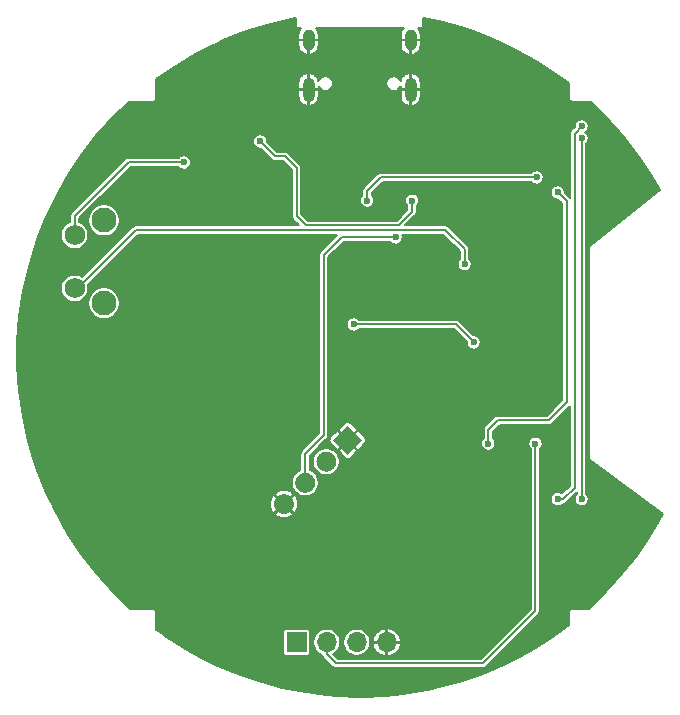
<source format=gbr>
%TF.GenerationSoftware,KiCad,Pcbnew,5.1.10-88a1d61d58~90~ubuntu20.04.1*%
%TF.CreationDate,2021-10-14T14:02:12+02:00*%
%TF.ProjectId,ESP8266-WS2812-Puck,45535038-3236-4362-9d57-53323831322d,rev?*%
%TF.SameCoordinates,Original*%
%TF.FileFunction,Copper,L2,Bot*%
%TF.FilePolarity,Positive*%
%FSLAX46Y46*%
G04 Gerber Fmt 4.6, Leading zero omitted, Abs format (unit mm)*
G04 Created by KiCad (PCBNEW 5.1.10-88a1d61d58~90~ubuntu20.04.1) date 2021-10-14 14:02:12*
%MOMM*%
%LPD*%
G01*
G04 APERTURE LIST*
%TA.AperFunction,ComponentPad*%
%ADD10C,2.100000*%
%TD*%
%TA.AperFunction,ComponentPad*%
%ADD11C,1.750000*%
%TD*%
%TA.AperFunction,ComponentPad*%
%ADD12C,0.100000*%
%TD*%
%TA.AperFunction,ComponentPad*%
%ADD13O,1.000000X2.100000*%
%TD*%
%TA.AperFunction,ComponentPad*%
%ADD14O,1.000000X1.800000*%
%TD*%
%TA.AperFunction,ComponentPad*%
%ADD15O,1.700000X1.700000*%
%TD*%
%TA.AperFunction,ComponentPad*%
%ADD16R,1.700000X1.700000*%
%TD*%
%TA.AperFunction,ViaPad*%
%ADD17C,0.600000*%
%TD*%
%TA.AperFunction,Conductor*%
%ADD18C,0.200000*%
%TD*%
%TA.AperFunction,Conductor*%
%ADD19C,0.100000*%
%TD*%
G04 APERTURE END LIST*
D10*
%TO.P,SW1,*%
%TO.N,*%
X128220000Y-92182000D03*
D11*
%TO.P,SW1,1*%
%TO.N,/GPIO12*%
X125730000Y-90932000D03*
%TO.P,SW1,2*%
%TO.N,+3V3*%
X125730000Y-86432000D03*
D10*
%TO.P,SW1,*%
%TO.N,*%
X128220000Y-85172000D03*
%TD*%
%TA.AperFunction,ComponentPad*%
D12*
%TO.P,J1,1*%
%TO.N,GND*%
G36*
X147641918Y-103804494D02*
G01*
X148844000Y-102602412D01*
X150046082Y-103804494D01*
X148844000Y-105006576D01*
X147641918Y-103804494D01*
G37*
%TD.AperFunction*%
%TO.P,J1,2*%
%TO.N,/GPIO13*%
%TA.AperFunction,ComponentPad*%
G36*
G01*
X146446908Y-104999504D02*
X146446908Y-104999504D01*
G75*
G02*
X147648990Y-104999504I601041J-601041D01*
G01*
X147648990Y-104999504D01*
G75*
G02*
X147648990Y-106201586I-601041J-601041D01*
G01*
X147648990Y-106201586D01*
G75*
G02*
X146446908Y-106201586I-601041J601041D01*
G01*
X146446908Y-106201586D01*
G75*
G02*
X146446908Y-104999504I601041J601041D01*
G01*
G37*
%TD.AperFunction*%
%TO.P,J1,3*%
%TO.N,+5V*%
%TA.AperFunction,ComponentPad*%
G36*
G01*
X144650857Y-106795555D02*
X144650857Y-106795555D01*
G75*
G02*
X145852939Y-106795555I601041J-601041D01*
G01*
X145852939Y-106795555D01*
G75*
G02*
X145852939Y-107997637I-601041J-601041D01*
G01*
X145852939Y-107997637D01*
G75*
G02*
X144650857Y-107997637I-601041J601041D01*
G01*
X144650857Y-107997637D01*
G75*
G02*
X144650857Y-106795555I601041J601041D01*
G01*
G37*
%TD.AperFunction*%
%TO.P,J1,4*%
%TO.N,GND*%
%TA.AperFunction,ComponentPad*%
G36*
G01*
X142854805Y-108591607D02*
X142854805Y-108591607D01*
G75*
G02*
X144056887Y-108591607I601041J-601041D01*
G01*
X144056887Y-108591607D01*
G75*
G02*
X144056887Y-109793689I-601041J-601041D01*
G01*
X144056887Y-109793689D01*
G75*
G02*
X142854805Y-109793689I-601041J601041D01*
G01*
X142854805Y-109793689D01*
G75*
G02*
X142854805Y-108591607I601041J601041D01*
G01*
G37*
%TD.AperFunction*%
%TD*%
D13*
%TO.P,P1,S1*%
%TO.N,GND*%
X154180000Y-74090000D03*
X145540000Y-74090000D03*
D14*
X145540000Y-69910000D03*
X154180000Y-69910000D03*
%TD*%
D15*
%TO.P,J2,4*%
%TO.N,GND*%
X152146000Y-120904000D03*
%TO.P,J2,3*%
%TO.N,+3V3*%
X149606000Y-120904000D03*
%TO.P,J2,2*%
%TO.N,/SCL*%
X147066000Y-120904000D03*
D16*
%TO.P,J2,1*%
%TO.N,/SDA*%
X144526000Y-120904000D03*
%TD*%
D17*
%TO.N,+5V*%
X154305000Y-83501000D03*
X152908000Y-86614000D03*
X141452500Y-78486000D03*
%TO.N,GND*%
X157480000Y-70866000D03*
X158496000Y-70866000D03*
X157480000Y-71882000D03*
X158496000Y-71882000D03*
X138684000Y-70612000D03*
X139954000Y-70612000D03*
X139954000Y-71882000D03*
X138684000Y-71882000D03*
X139954000Y-88138000D03*
X141478000Y-88138000D03*
X141478000Y-89408000D03*
X139954000Y-89408000D03*
X125730000Y-99314000D03*
X127000000Y-99314000D03*
X127000000Y-100584000D03*
X125730000Y-100584000D03*
X168148000Y-112522000D03*
X169672000Y-112522000D03*
X169672000Y-114046000D03*
X168148000Y-114046000D03*
X132334000Y-112522000D03*
X133858000Y-112522000D03*
X133858000Y-114046000D03*
X132334000Y-114046000D03*
X162560000Y-94488000D03*
X163576000Y-94488000D03*
X163576000Y-95504000D03*
X162560000Y-95504000D03*
X171450000Y-80772000D03*
X171450000Y-82042000D03*
X138938000Y-98044000D03*
X137668000Y-98044000D03*
X137668000Y-96774000D03*
X138938000Y-96774000D03*
X151892000Y-107696000D03*
X153416000Y-107696000D03*
X153416000Y-108966000D03*
X151892000Y-108966000D03*
%TO.N,+3V3*%
X134976000Y-80264000D03*
X149352000Y-93980000D03*
X159512000Y-95504000D03*
%TO.N,/nDTR*%
X164846000Y-81534000D03*
X150495000Y-83501000D03*
%TO.N,/GPIO0*%
X166624000Y-82804000D03*
X160752400Y-104069200D03*
%TO.N,Net-(R10-Pad2)*%
X168656000Y-77216000D03*
X166624000Y-108763000D03*
%TO.N,Net-(R11-Pad2)*%
X168656000Y-78232000D03*
X168656000Y-108763000D03*
%TO.N,/GPIO12*%
X158752400Y-88869200D03*
%TO.N,/SCL*%
X164752400Y-104069200D03*
%TD*%
D18*
%TO.N,+5V*%
X145251898Y-107396596D02*
X145251898Y-104938102D01*
X145251898Y-104938102D02*
X146812000Y-103378000D01*
X146812000Y-103378000D02*
X146812000Y-88138000D01*
X148336000Y-86614000D02*
X152908000Y-86614000D01*
X146812000Y-88138000D02*
X148336000Y-86614000D01*
X142722500Y-79756000D02*
X141452500Y-78486000D01*
X143510000Y-79756000D02*
X142722500Y-79756000D01*
X144526000Y-80772000D02*
X143510000Y-79756000D01*
X144526000Y-84836000D02*
X144526000Y-80772000D01*
X154305000Y-84455000D02*
X153162000Y-85598000D01*
X153162000Y-85598000D02*
X145288000Y-85598000D01*
X154305000Y-83501000D02*
X154305000Y-84455000D01*
X145288000Y-85598000D02*
X144526000Y-84836000D01*
%TO.N,GND*%
X145540000Y-69910000D02*
X154180000Y-69910000D01*
X145540000Y-69910000D02*
X145540000Y-74090000D01*
X154180000Y-69910000D02*
X154180000Y-74090000D01*
%TO.N,+3V3*%
X125730000Y-86432000D02*
X125730000Y-84836000D01*
X130302000Y-80264000D02*
X134976000Y-80264000D01*
X125730000Y-84836000D02*
X130302000Y-80264000D01*
X157988000Y-93980000D02*
X159512000Y-95504000D01*
X149352000Y-93980000D02*
X157988000Y-93980000D01*
%TO.N,/nDTR*%
X164846000Y-81534000D02*
X151638000Y-81534000D01*
X150495000Y-82677000D02*
X150495000Y-83501000D01*
X151638000Y-81534000D02*
X150495000Y-82677000D01*
%TO.N,/GPIO0*%
X166624000Y-82804000D02*
X167386000Y-83566000D01*
X167386000Y-83566000D02*
X167386000Y-100584000D01*
X167386000Y-100584000D02*
X165862000Y-102108000D01*
X165862000Y-102108000D02*
X161544000Y-102108000D01*
X160752400Y-102899600D02*
X160752400Y-104069200D01*
X161544000Y-102108000D02*
X160752400Y-102899600D01*
%TO.N,Net-(R10-Pad2)*%
X168055999Y-77816001D02*
X168055999Y-107788001D01*
X168656000Y-77216000D02*
X168055999Y-77816001D01*
X167081000Y-108763000D02*
X166624000Y-108763000D01*
X168055999Y-107788001D02*
X167081000Y-108763000D01*
%TO.N,Net-(R11-Pad2)*%
X168656000Y-78232000D02*
X168656000Y-108763000D01*
%TO.N,/GPIO12*%
X158752400Y-88869200D02*
X158752400Y-87632400D01*
X158752400Y-87632400D02*
X157118010Y-85998010D01*
X157118010Y-85998010D02*
X130917990Y-85998010D01*
X125984000Y-90932000D02*
X125730000Y-90932000D01*
X130917990Y-85998010D02*
X125984000Y-90932000D01*
%TO.N,/SCL*%
X147066000Y-120904000D02*
X147066000Y-121920000D01*
X147066000Y-121920000D02*
X147828000Y-122682000D01*
X147828000Y-122682000D02*
X160274000Y-122682000D01*
X164752400Y-118203600D02*
X164752400Y-104069200D01*
X160274000Y-122682000D02*
X164752400Y-118203600D01*
%TD*%
%TO.N,GND*%
X144454961Y-68564563D02*
X144453429Y-68580224D01*
X144455041Y-68596481D01*
X144455042Y-68596782D01*
X144456602Y-68612215D01*
X144459747Y-68643930D01*
X144459836Y-68644222D01*
X144459866Y-68644520D01*
X144469096Y-68674675D01*
X144478373Y-68705181D01*
X144478516Y-68705448D01*
X144478604Y-68705736D01*
X144493573Y-68733571D01*
X144508590Y-68761620D01*
X144508783Y-68761855D01*
X144508925Y-68762119D01*
X144529079Y-68786550D01*
X144549238Y-68811079D01*
X144549471Y-68811270D01*
X144549664Y-68811504D01*
X144574312Y-68831628D01*
X144598753Y-68851659D01*
X144599019Y-68851801D01*
X144599253Y-68851992D01*
X144627206Y-68866842D01*
X144655234Y-68881798D01*
X144655524Y-68881886D01*
X144655790Y-68882027D01*
X144686248Y-68891183D01*
X144716509Y-68900340D01*
X144716807Y-68900369D01*
X144717099Y-68900457D01*
X144748870Y-68903505D01*
X144764263Y-68905010D01*
X144764560Y-68905010D01*
X144780825Y-68906570D01*
X144796483Y-68904988D01*
X144939604Y-68904890D01*
X144844925Y-69013094D01*
X144761339Y-69158244D01*
X144707677Y-69316912D01*
X144686000Y-69483000D01*
X144686000Y-69883000D01*
X145513000Y-69883000D01*
X145513000Y-69863000D01*
X145567000Y-69863000D01*
X145567000Y-69883000D01*
X146394000Y-69883000D01*
X146394000Y-69483000D01*
X146372323Y-69316912D01*
X146318661Y-69158244D01*
X146235075Y-69013094D01*
X146139676Y-68904066D01*
X153584796Y-68898955D01*
X153484925Y-69013094D01*
X153401339Y-69158244D01*
X153347677Y-69316912D01*
X153326000Y-69483000D01*
X153326000Y-69883000D01*
X154153000Y-69883000D01*
X154153000Y-69863000D01*
X154207000Y-69863000D01*
X154207000Y-69883000D01*
X155034000Y-69883000D01*
X155034000Y-69483000D01*
X155012323Y-69316912D01*
X154958661Y-69158244D01*
X154875075Y-69013094D01*
X154774489Y-68898139D01*
X154925393Y-68898035D01*
X154941260Y-68899596D01*
X154957316Y-68898013D01*
X154957410Y-68898013D01*
X154973215Y-68896446D01*
X155004970Y-68893315D01*
X155005060Y-68893288D01*
X155005157Y-68893278D01*
X155035902Y-68883928D01*
X155066231Y-68874725D01*
X155066315Y-68874680D01*
X155066407Y-68874652D01*
X155094341Y-68859696D01*
X155122688Y-68844541D01*
X155122763Y-68844479D01*
X155122846Y-68844435D01*
X155147325Y-68824317D01*
X155172171Y-68803922D01*
X155172232Y-68803848D01*
X155172306Y-68803787D01*
X155192497Y-68779150D01*
X155212780Y-68754431D01*
X155212826Y-68754346D01*
X155212886Y-68754272D01*
X155227762Y-68726394D01*
X155242952Y-68697968D01*
X155242980Y-68697875D01*
X155243025Y-68697791D01*
X155252206Y-68667451D01*
X155261530Y-68636703D01*
X155261539Y-68636607D01*
X155261567Y-68636516D01*
X155264648Y-68605014D01*
X155266228Y-68588952D01*
X155266228Y-68588855D01*
X155267798Y-68572801D01*
X155266225Y-68556940D01*
X155266173Y-68049061D01*
X156961861Y-68411994D01*
X159001873Y-69007798D01*
X160992774Y-69751409D01*
X162923859Y-70638829D01*
X164784770Y-71665299D01*
X166567208Y-72826410D01*
X167569000Y-73569570D01*
X167569001Y-74787029D01*
X167567428Y-74803000D01*
X167573703Y-74866711D01*
X167592287Y-74927974D01*
X167622465Y-74984434D01*
X167663079Y-75033921D01*
X167712566Y-75074535D01*
X167769026Y-75104713D01*
X167830289Y-75123297D01*
X167878039Y-75128000D01*
X167878040Y-75128000D01*
X167894000Y-75129572D01*
X167909961Y-75128000D01*
X169411287Y-75128000D01*
X170846955Y-76528248D01*
X172255269Y-78119188D01*
X173543272Y-79808983D01*
X174704055Y-81588565D01*
X175252079Y-82580673D01*
X169355530Y-87297913D01*
X169341497Y-87311601D01*
X169330403Y-87327763D01*
X169322676Y-87345779D01*
X169318612Y-87364957D01*
X169318000Y-87376000D01*
X169318000Y-105410000D01*
X169319921Y-105429509D01*
X169325612Y-105448268D01*
X169334853Y-105465557D01*
X169347289Y-105480711D01*
X169358998Y-105490739D01*
X175527190Y-109998264D01*
X175506534Y-110041214D01*
X174447901Y-111883390D01*
X173257182Y-113643104D01*
X171940785Y-115310881D01*
X170505172Y-116878430D01*
X169288473Y-118038451D01*
X167905614Y-118032618D01*
X167888966Y-118030978D01*
X167857654Y-118034062D01*
X167826607Y-118036988D01*
X167825949Y-118037185D01*
X167825255Y-118037253D01*
X167795113Y-118046397D01*
X167765266Y-118055313D01*
X167764657Y-118055635D01*
X167763992Y-118055837D01*
X167736230Y-118070676D01*
X167708679Y-118085253D01*
X167708146Y-118085687D01*
X167707532Y-118086015D01*
X167683126Y-118106045D01*
X167659022Y-118125658D01*
X167658585Y-118126186D01*
X167658045Y-118126629D01*
X167638072Y-118150966D01*
X167618199Y-118174973D01*
X167617870Y-118175582D01*
X167617431Y-118176117D01*
X167602723Y-118203635D01*
X167587783Y-118231305D01*
X167587579Y-118231967D01*
X167587253Y-118232577D01*
X167578151Y-118262583D01*
X167568941Y-118292489D01*
X167568870Y-118293176D01*
X167568669Y-118293840D01*
X167565594Y-118325063D01*
X167562397Y-118356173D01*
X167563966Y-118372821D01*
X167563967Y-119461503D01*
X165967900Y-120615763D01*
X164160425Y-121730953D01*
X162276114Y-122710781D01*
X160325119Y-123549966D01*
X158317888Y-124244017D01*
X156265211Y-124789197D01*
X156094659Y-124821343D01*
X153560941Y-125252615D01*
X152067854Y-125422046D01*
X149945684Y-125506319D01*
X147823061Y-125434944D01*
X146421802Y-125284552D01*
X143269824Y-124736382D01*
X141565976Y-124294914D01*
X139554578Y-123613080D01*
X137598502Y-122785758D01*
X135708284Y-121817405D01*
X133892955Y-120712543D01*
X133422661Y-120382313D01*
X132969816Y-120054000D01*
X143374549Y-120054000D01*
X143374549Y-121754000D01*
X143380341Y-121812810D01*
X143397496Y-121869360D01*
X143425353Y-121921477D01*
X143462842Y-121967158D01*
X143508523Y-122004647D01*
X143560640Y-122032504D01*
X143617190Y-122049659D01*
X143676000Y-122055451D01*
X145376000Y-122055451D01*
X145434810Y-122049659D01*
X145491360Y-122032504D01*
X145543477Y-122004647D01*
X145589158Y-121967158D01*
X145626647Y-121921477D01*
X145654504Y-121869360D01*
X145671659Y-121812810D01*
X145677451Y-121754000D01*
X145677451Y-120790735D01*
X145916000Y-120790735D01*
X145916000Y-121017265D01*
X145960194Y-121239443D01*
X146046884Y-121448729D01*
X146172737Y-121637082D01*
X146332918Y-121797263D01*
X146521271Y-121923116D01*
X146670458Y-121984912D01*
X146671788Y-121998413D01*
X146694661Y-122073814D01*
X146731803Y-122143302D01*
X146769265Y-122188950D01*
X146769268Y-122188953D01*
X146781790Y-122204211D01*
X146797048Y-122216733D01*
X147531263Y-122950948D01*
X147543789Y-122966211D01*
X147571665Y-122989088D01*
X147604697Y-123016197D01*
X147674186Y-123053340D01*
X147749586Y-123076212D01*
X147828000Y-123083935D01*
X147847647Y-123082000D01*
X160254354Y-123082000D01*
X160274000Y-123083935D01*
X160293646Y-123082000D01*
X160293647Y-123082000D01*
X160352414Y-123076212D01*
X160427814Y-123053340D01*
X160497303Y-123016197D01*
X160558211Y-122966211D01*
X160570737Y-122950948D01*
X165021354Y-118500332D01*
X165036611Y-118487811D01*
X165086597Y-118426903D01*
X165123740Y-118357414D01*
X165146612Y-118282014D01*
X165152400Y-118223247D01*
X165152400Y-118223246D01*
X165154335Y-118203601D01*
X165152400Y-118183954D01*
X165152400Y-104517728D01*
X165218450Y-104451678D01*
X165284113Y-104353407D01*
X165329342Y-104244214D01*
X165352400Y-104128295D01*
X165352400Y-104010105D01*
X165329342Y-103894186D01*
X165284113Y-103784993D01*
X165218450Y-103686722D01*
X165134878Y-103603150D01*
X165036607Y-103537487D01*
X164927414Y-103492258D01*
X164811495Y-103469200D01*
X164693305Y-103469200D01*
X164577386Y-103492258D01*
X164468193Y-103537487D01*
X164369922Y-103603150D01*
X164286350Y-103686722D01*
X164220687Y-103784993D01*
X164175458Y-103894186D01*
X164152400Y-104010105D01*
X164152400Y-104128295D01*
X164175458Y-104244214D01*
X164220687Y-104353407D01*
X164286350Y-104451678D01*
X164352401Y-104517729D01*
X164352400Y-118037914D01*
X160108315Y-122282000D01*
X147993685Y-122282000D01*
X147625159Y-121913474D01*
X147799082Y-121797263D01*
X147959263Y-121637082D01*
X148085116Y-121448729D01*
X148171806Y-121239443D01*
X148216000Y-121017265D01*
X148216000Y-120790735D01*
X148456000Y-120790735D01*
X148456000Y-121017265D01*
X148500194Y-121239443D01*
X148586884Y-121448729D01*
X148712737Y-121637082D01*
X148872918Y-121797263D01*
X149061271Y-121923116D01*
X149270557Y-122009806D01*
X149492735Y-122054000D01*
X149719265Y-122054000D01*
X149941443Y-122009806D01*
X150150729Y-121923116D01*
X150339082Y-121797263D01*
X150499263Y-121637082D01*
X150625116Y-121448729D01*
X150711806Y-121239443D01*
X150735770Y-121118967D01*
X150961345Y-121118967D01*
X151026046Y-121345951D01*
X151133786Y-121555951D01*
X151280425Y-121740897D01*
X151460327Y-121893682D01*
X151666579Y-122008434D01*
X151891255Y-122080743D01*
X151931033Y-122088654D01*
X152119000Y-122019173D01*
X152119000Y-120931000D01*
X152173000Y-120931000D01*
X152173000Y-122019173D01*
X152360967Y-122088654D01*
X152400745Y-122080743D01*
X152625421Y-122008434D01*
X152831673Y-121893682D01*
X153011575Y-121740897D01*
X153158214Y-121555951D01*
X153265954Y-121345951D01*
X153330655Y-121118967D01*
X153261198Y-120931000D01*
X152173000Y-120931000D01*
X152119000Y-120931000D01*
X151030802Y-120931000D01*
X150961345Y-121118967D01*
X150735770Y-121118967D01*
X150756000Y-121017265D01*
X150756000Y-120790735D01*
X150735771Y-120689033D01*
X150961345Y-120689033D01*
X151030802Y-120877000D01*
X152119000Y-120877000D01*
X152119000Y-119788827D01*
X152173000Y-119788827D01*
X152173000Y-120877000D01*
X153261198Y-120877000D01*
X153330655Y-120689033D01*
X153265954Y-120462049D01*
X153158214Y-120252049D01*
X153011575Y-120067103D01*
X152831673Y-119914318D01*
X152625421Y-119799566D01*
X152400745Y-119727257D01*
X152360967Y-119719346D01*
X152173000Y-119788827D01*
X152119000Y-119788827D01*
X151931033Y-119719346D01*
X151891255Y-119727257D01*
X151666579Y-119799566D01*
X151460327Y-119914318D01*
X151280425Y-120067103D01*
X151133786Y-120252049D01*
X151026046Y-120462049D01*
X150961345Y-120689033D01*
X150735771Y-120689033D01*
X150711806Y-120568557D01*
X150625116Y-120359271D01*
X150499263Y-120170918D01*
X150339082Y-120010737D01*
X150150729Y-119884884D01*
X149941443Y-119798194D01*
X149719265Y-119754000D01*
X149492735Y-119754000D01*
X149270557Y-119798194D01*
X149061271Y-119884884D01*
X148872918Y-120010737D01*
X148712737Y-120170918D01*
X148586884Y-120359271D01*
X148500194Y-120568557D01*
X148456000Y-120790735D01*
X148216000Y-120790735D01*
X148171806Y-120568557D01*
X148085116Y-120359271D01*
X147959263Y-120170918D01*
X147799082Y-120010737D01*
X147610729Y-119884884D01*
X147401443Y-119798194D01*
X147179265Y-119754000D01*
X146952735Y-119754000D01*
X146730557Y-119798194D01*
X146521271Y-119884884D01*
X146332918Y-120010737D01*
X146172737Y-120170918D01*
X146046884Y-120359271D01*
X145960194Y-120568557D01*
X145916000Y-120790735D01*
X145677451Y-120790735D01*
X145677451Y-120054000D01*
X145671659Y-119995190D01*
X145654504Y-119938640D01*
X145626647Y-119886523D01*
X145589158Y-119840842D01*
X145543477Y-119803353D01*
X145491360Y-119775496D01*
X145434810Y-119758341D01*
X145376000Y-119752549D01*
X143676000Y-119752549D01*
X143617190Y-119758341D01*
X143560640Y-119775496D01*
X143508523Y-119803353D01*
X143462842Y-119840842D01*
X143425353Y-119886523D01*
X143397496Y-119938640D01*
X143380341Y-119995190D01*
X143374549Y-120054000D01*
X132969816Y-120054000D01*
X132659000Y-119828659D01*
X132659000Y-118379961D01*
X132660572Y-118364000D01*
X132654297Y-118300289D01*
X132635713Y-118239026D01*
X132605535Y-118182566D01*
X132564921Y-118133079D01*
X132515434Y-118092465D01*
X132458974Y-118062287D01*
X132397711Y-118043703D01*
X132349961Y-118039000D01*
X132334000Y-118037428D01*
X132318040Y-118039000D01*
X130431689Y-118039000D01*
X128988610Y-116648095D01*
X127571019Y-115065649D01*
X126273134Y-113383635D01*
X125101917Y-111611076D01*
X124199668Y-110000304D01*
X142686374Y-110000304D01*
X142770173Y-110182330D01*
X142976425Y-110297082D01*
X143201102Y-110369390D01*
X143435568Y-110396477D01*
X143670813Y-110377303D01*
X143897797Y-110312603D01*
X144107797Y-110204863D01*
X144141518Y-110182330D01*
X144225301Y-110000286D01*
X143455846Y-109230832D01*
X142686374Y-110000304D01*
X124199668Y-110000304D01*
X124063675Y-109757518D01*
X123809095Y-109212926D01*
X142252017Y-109212926D01*
X142279104Y-109447392D01*
X142351412Y-109672069D01*
X142466164Y-109878321D01*
X142648190Y-109962120D01*
X143417662Y-109192648D01*
X143494030Y-109192648D01*
X144263484Y-109962103D01*
X144445528Y-109878320D01*
X144468061Y-109844599D01*
X144575801Y-109634599D01*
X144640501Y-109407615D01*
X144659675Y-109172370D01*
X144632588Y-108937904D01*
X144560280Y-108713227D01*
X144445528Y-108506975D01*
X144263502Y-108423176D01*
X143494030Y-109192648D01*
X143417662Y-109192648D01*
X142648208Y-108423193D01*
X142466164Y-108506976D01*
X142443631Y-108540697D01*
X142335891Y-108750697D01*
X142271191Y-108977681D01*
X142252017Y-109212926D01*
X123809095Y-109212926D01*
X123422069Y-108385010D01*
X142686391Y-108385010D01*
X143455846Y-109154464D01*
X144225318Y-108384992D01*
X144141519Y-108202966D01*
X143935267Y-108088214D01*
X143710590Y-108015906D01*
X143476124Y-107988819D01*
X143240879Y-108007993D01*
X143013895Y-108072693D01*
X142803895Y-108180433D01*
X142770174Y-108202966D01*
X142686391Y-108385010D01*
X123422069Y-108385010D01*
X123163957Y-107832867D01*
X122407622Y-105847512D01*
X121798722Y-103812098D01*
X121340525Y-101737543D01*
X121035495Y-99635002D01*
X120885271Y-97515775D01*
X120890659Y-95391242D01*
X121051630Y-93272796D01*
X121367318Y-91171841D01*
X121447744Y-90816273D01*
X124555000Y-90816273D01*
X124555000Y-91047727D01*
X124600155Y-91274735D01*
X124688729Y-91488571D01*
X124817318Y-91681019D01*
X124980981Y-91844682D01*
X125173429Y-91973271D01*
X125387265Y-92061845D01*
X125614273Y-92107000D01*
X125845727Y-92107000D01*
X126072735Y-92061845D01*
X126103656Y-92049037D01*
X126870000Y-92049037D01*
X126870000Y-92314963D01*
X126921880Y-92575780D01*
X127023646Y-92821465D01*
X127171387Y-93042575D01*
X127359425Y-93230613D01*
X127580535Y-93378354D01*
X127826220Y-93480120D01*
X128087037Y-93532000D01*
X128352963Y-93532000D01*
X128613780Y-93480120D01*
X128859465Y-93378354D01*
X129080575Y-93230613D01*
X129268613Y-93042575D01*
X129416354Y-92821465D01*
X129518120Y-92575780D01*
X129570000Y-92314963D01*
X129570000Y-92049037D01*
X129518120Y-91788220D01*
X129416354Y-91542535D01*
X129268613Y-91321425D01*
X129080575Y-91133387D01*
X128859465Y-90985646D01*
X128613780Y-90883880D01*
X128352963Y-90832000D01*
X128087037Y-90832000D01*
X127826220Y-90883880D01*
X127580535Y-90985646D01*
X127359425Y-91133387D01*
X127171387Y-91321425D01*
X127023646Y-91542535D01*
X126921880Y-91788220D01*
X126870000Y-92049037D01*
X126103656Y-92049037D01*
X126286571Y-91973271D01*
X126479019Y-91844682D01*
X126642682Y-91681019D01*
X126771271Y-91488571D01*
X126859845Y-91274735D01*
X126905000Y-91047727D01*
X126905000Y-90816273D01*
X126865250Y-90616435D01*
X131083675Y-86398010D01*
X147986305Y-86398010D01*
X146543048Y-87841267D01*
X146527790Y-87853789D01*
X146515268Y-87869047D01*
X146515265Y-87869050D01*
X146477803Y-87914698D01*
X146440661Y-87984186D01*
X146417788Y-88059587D01*
X146410065Y-88138000D01*
X146412001Y-88157657D01*
X146412000Y-103212315D01*
X144982946Y-104641369D01*
X144967688Y-104653891D01*
X144955166Y-104669149D01*
X144955163Y-104669152D01*
X144917701Y-104714800D01*
X144880559Y-104784288D01*
X144857686Y-104859689D01*
X144849963Y-104938102D01*
X144851899Y-104957758D01*
X144851898Y-106317530D01*
X144707169Y-106377480D01*
X144518816Y-106503333D01*
X144358635Y-106663514D01*
X144232782Y-106851867D01*
X144146092Y-107061153D01*
X144101898Y-107283331D01*
X144101898Y-107509861D01*
X144146092Y-107732039D01*
X144232782Y-107941325D01*
X144358635Y-108129678D01*
X144518816Y-108289859D01*
X144707169Y-108415712D01*
X144916455Y-108502402D01*
X145138633Y-108546596D01*
X145365163Y-108546596D01*
X145587341Y-108502402D01*
X145796627Y-108415712D01*
X145984980Y-108289859D01*
X146145161Y-108129678D01*
X146271014Y-107941325D01*
X146357704Y-107732039D01*
X146401898Y-107509861D01*
X146401898Y-107283331D01*
X146357704Y-107061153D01*
X146271014Y-106851867D01*
X146145161Y-106663514D01*
X145984980Y-106503333D01*
X145796627Y-106377480D01*
X145651898Y-106317531D01*
X145651898Y-105487280D01*
X145897949Y-105487280D01*
X145897949Y-105713810D01*
X145942143Y-105935988D01*
X146028833Y-106145274D01*
X146154686Y-106333627D01*
X146314867Y-106493808D01*
X146503220Y-106619661D01*
X146712506Y-106706351D01*
X146934684Y-106750545D01*
X147161214Y-106750545D01*
X147383392Y-106706351D01*
X147592678Y-106619661D01*
X147781031Y-106493808D01*
X147941212Y-106333627D01*
X148067065Y-106145274D01*
X148153755Y-105935988D01*
X148197949Y-105713810D01*
X148197949Y-105487280D01*
X148153755Y-105265102D01*
X148067065Y-105055816D01*
X147941212Y-104867463D01*
X147781031Y-104707282D01*
X147638975Y-104612363D01*
X148074314Y-104612363D01*
X148074314Y-104737521D01*
X148592473Y-105258103D01*
X148646376Y-105302340D01*
X148707874Y-105335211D01*
X148774604Y-105355454D01*
X148844000Y-105362288D01*
X148913396Y-105355454D01*
X148980126Y-105335211D01*
X149041624Y-105302340D01*
X149095527Y-105258103D01*
X149613686Y-104737521D01*
X149613686Y-104612363D01*
X148844000Y-103842678D01*
X148074314Y-104612363D01*
X147638975Y-104612363D01*
X147592678Y-104581429D01*
X147383392Y-104494739D01*
X147161214Y-104450545D01*
X146934684Y-104450545D01*
X146712506Y-104494739D01*
X146503220Y-104581429D01*
X146314867Y-104707282D01*
X146154686Y-104867463D01*
X146028833Y-105055816D01*
X145942143Y-105265102D01*
X145897949Y-105487280D01*
X145651898Y-105487280D01*
X145651898Y-105103787D01*
X146951191Y-103804494D01*
X147286206Y-103804494D01*
X147293040Y-103873890D01*
X147313283Y-103940620D01*
X147346154Y-104002118D01*
X147390391Y-104056021D01*
X147910973Y-104574180D01*
X148036131Y-104574180D01*
X148805816Y-103804494D01*
X148882184Y-103804494D01*
X149651869Y-104574180D01*
X149777027Y-104574180D01*
X150297609Y-104056021D01*
X150335291Y-104010105D01*
X160152400Y-104010105D01*
X160152400Y-104128295D01*
X160175458Y-104244214D01*
X160220687Y-104353407D01*
X160286350Y-104451678D01*
X160369922Y-104535250D01*
X160468193Y-104600913D01*
X160577386Y-104646142D01*
X160693305Y-104669200D01*
X160811495Y-104669200D01*
X160927414Y-104646142D01*
X161036607Y-104600913D01*
X161134878Y-104535250D01*
X161218450Y-104451678D01*
X161284113Y-104353407D01*
X161329342Y-104244214D01*
X161352400Y-104128295D01*
X161352400Y-104010105D01*
X161329342Y-103894186D01*
X161284113Y-103784993D01*
X161218450Y-103686722D01*
X161152400Y-103620672D01*
X161152400Y-103065285D01*
X161709685Y-102508000D01*
X165842354Y-102508000D01*
X165862000Y-102509935D01*
X165881646Y-102508000D01*
X165881647Y-102508000D01*
X165940414Y-102502212D01*
X166015814Y-102479340D01*
X166085303Y-102442197D01*
X166146211Y-102392211D01*
X166158737Y-102376948D01*
X167654948Y-100880737D01*
X167656000Y-100879874D01*
X167656000Y-107622314D01*
X166991424Y-108286891D01*
X166908207Y-108231287D01*
X166799014Y-108186058D01*
X166683095Y-108163000D01*
X166564905Y-108163000D01*
X166448986Y-108186058D01*
X166339793Y-108231287D01*
X166241522Y-108296950D01*
X166157950Y-108380522D01*
X166092287Y-108478793D01*
X166047058Y-108587986D01*
X166024000Y-108703905D01*
X166024000Y-108822095D01*
X166047058Y-108938014D01*
X166092287Y-109047207D01*
X166157950Y-109145478D01*
X166241522Y-109229050D01*
X166339793Y-109294713D01*
X166448986Y-109339942D01*
X166564905Y-109363000D01*
X166683095Y-109363000D01*
X166799014Y-109339942D01*
X166908207Y-109294713D01*
X167006478Y-109229050D01*
X167071526Y-109164002D01*
X167081000Y-109164935D01*
X167100646Y-109163000D01*
X167100647Y-109163000D01*
X167159414Y-109157212D01*
X167234814Y-109134340D01*
X167304303Y-109097197D01*
X167365211Y-109047211D01*
X167377737Y-109031948D01*
X168256001Y-108153685D01*
X168256001Y-108314471D01*
X168189950Y-108380522D01*
X168124287Y-108478793D01*
X168079058Y-108587986D01*
X168056000Y-108703905D01*
X168056000Y-108822095D01*
X168079058Y-108938014D01*
X168124287Y-109047207D01*
X168189950Y-109145478D01*
X168273522Y-109229050D01*
X168371793Y-109294713D01*
X168480986Y-109339942D01*
X168596905Y-109363000D01*
X168715095Y-109363000D01*
X168831014Y-109339942D01*
X168940207Y-109294713D01*
X169038478Y-109229050D01*
X169122050Y-109145478D01*
X169187713Y-109047207D01*
X169232942Y-108938014D01*
X169256000Y-108822095D01*
X169256000Y-108703905D01*
X169232942Y-108587986D01*
X169187713Y-108478793D01*
X169122050Y-108380522D01*
X169056000Y-108314472D01*
X169056000Y-78680528D01*
X169122050Y-78614478D01*
X169187713Y-78516207D01*
X169232942Y-78407014D01*
X169256000Y-78291095D01*
X169256000Y-78172905D01*
X169232942Y-78056986D01*
X169187713Y-77947793D01*
X169122050Y-77849522D01*
X169038478Y-77765950D01*
X168975696Y-77724000D01*
X169038478Y-77682050D01*
X169122050Y-77598478D01*
X169187713Y-77500207D01*
X169232942Y-77391014D01*
X169256000Y-77275095D01*
X169256000Y-77156905D01*
X169232942Y-77040986D01*
X169187713Y-76931793D01*
X169122050Y-76833522D01*
X169038478Y-76749950D01*
X168940207Y-76684287D01*
X168831014Y-76639058D01*
X168715095Y-76616000D01*
X168596905Y-76616000D01*
X168480986Y-76639058D01*
X168371793Y-76684287D01*
X168273522Y-76749950D01*
X168189950Y-76833522D01*
X168124287Y-76931793D01*
X168079058Y-77040986D01*
X168056000Y-77156905D01*
X168056000Y-77250315D01*
X167787051Y-77519264D01*
X167771788Y-77531790D01*
X167721802Y-77592699D01*
X167684659Y-77662188D01*
X167662162Y-77736351D01*
X167661787Y-77737588D01*
X167654064Y-77816001D01*
X167655999Y-77835647D01*
X167655999Y-83270126D01*
X167654949Y-83269264D01*
X167224000Y-82838315D01*
X167224000Y-82744905D01*
X167200942Y-82628986D01*
X167155713Y-82519793D01*
X167090050Y-82421522D01*
X167006478Y-82337950D01*
X166908207Y-82272287D01*
X166799014Y-82227058D01*
X166683095Y-82204000D01*
X166564905Y-82204000D01*
X166448986Y-82227058D01*
X166339793Y-82272287D01*
X166241522Y-82337950D01*
X166157950Y-82421522D01*
X166092287Y-82519793D01*
X166047058Y-82628986D01*
X166024000Y-82744905D01*
X166024000Y-82863095D01*
X166047058Y-82979014D01*
X166092287Y-83088207D01*
X166157950Y-83186478D01*
X166241522Y-83270050D01*
X166339793Y-83335713D01*
X166448986Y-83380942D01*
X166564905Y-83404000D01*
X166658315Y-83404000D01*
X166986000Y-83731685D01*
X166986001Y-100418314D01*
X165696315Y-101708000D01*
X161563635Y-101708000D01*
X161543999Y-101706066D01*
X161524363Y-101708000D01*
X161524353Y-101708000D01*
X161465586Y-101713788D01*
X161390186Y-101736660D01*
X161320697Y-101773803D01*
X161259789Y-101823789D01*
X161247265Y-101839050D01*
X160483452Y-102602863D01*
X160468189Y-102615389D01*
X160418203Y-102676298D01*
X160381060Y-102745787D01*
X160358188Y-102821186D01*
X160358188Y-102821187D01*
X160350465Y-102899600D01*
X160352400Y-102919247D01*
X160352401Y-103620671D01*
X160286350Y-103686722D01*
X160220687Y-103784993D01*
X160175458Y-103894186D01*
X160152400Y-104010105D01*
X150335291Y-104010105D01*
X150341846Y-104002118D01*
X150374717Y-103940620D01*
X150394960Y-103873890D01*
X150401794Y-103804494D01*
X150394960Y-103735098D01*
X150374717Y-103668368D01*
X150341846Y-103606870D01*
X150297609Y-103552967D01*
X149777027Y-103034808D01*
X149651869Y-103034808D01*
X148882184Y-103804494D01*
X148805816Y-103804494D01*
X148036131Y-103034808D01*
X147910973Y-103034808D01*
X147390391Y-103552967D01*
X147346154Y-103606870D01*
X147313283Y-103668368D01*
X147293040Y-103735098D01*
X147286206Y-103804494D01*
X146951191Y-103804494D01*
X147080949Y-103674736D01*
X147096211Y-103662211D01*
X147146197Y-103601303D01*
X147183340Y-103531814D01*
X147206212Y-103456414D01*
X147212000Y-103397647D01*
X147212000Y-103397637D01*
X147213934Y-103378001D01*
X147212000Y-103358365D01*
X147212000Y-102871467D01*
X148074314Y-102871467D01*
X148074314Y-102996625D01*
X148844000Y-103766310D01*
X149613686Y-102996625D01*
X149613686Y-102871467D01*
X149095527Y-102350885D01*
X149041624Y-102306648D01*
X148980126Y-102273777D01*
X148913396Y-102253534D01*
X148844000Y-102246700D01*
X148774604Y-102253534D01*
X148707874Y-102273777D01*
X148646376Y-102306648D01*
X148592473Y-102350885D01*
X148074314Y-102871467D01*
X147212000Y-102871467D01*
X147212000Y-93920905D01*
X148752000Y-93920905D01*
X148752000Y-94039095D01*
X148775058Y-94155014D01*
X148820287Y-94264207D01*
X148885950Y-94362478D01*
X148969522Y-94446050D01*
X149067793Y-94511713D01*
X149176986Y-94556942D01*
X149292905Y-94580000D01*
X149411095Y-94580000D01*
X149527014Y-94556942D01*
X149636207Y-94511713D01*
X149734478Y-94446050D01*
X149800528Y-94380000D01*
X157822315Y-94380000D01*
X158912000Y-95469685D01*
X158912000Y-95563095D01*
X158935058Y-95679014D01*
X158980287Y-95788207D01*
X159045950Y-95886478D01*
X159129522Y-95970050D01*
X159227793Y-96035713D01*
X159336986Y-96080942D01*
X159452905Y-96104000D01*
X159571095Y-96104000D01*
X159687014Y-96080942D01*
X159796207Y-96035713D01*
X159894478Y-95970050D01*
X159978050Y-95886478D01*
X160043713Y-95788207D01*
X160088942Y-95679014D01*
X160112000Y-95563095D01*
X160112000Y-95444905D01*
X160088942Y-95328986D01*
X160043713Y-95219793D01*
X159978050Y-95121522D01*
X159894478Y-95037950D01*
X159796207Y-94972287D01*
X159687014Y-94927058D01*
X159571095Y-94904000D01*
X159477685Y-94904000D01*
X158284737Y-93711052D01*
X158272211Y-93695789D01*
X158211303Y-93645803D01*
X158141814Y-93608660D01*
X158066414Y-93585788D01*
X158007647Y-93580000D01*
X158007646Y-93580000D01*
X157988000Y-93578065D01*
X157968354Y-93580000D01*
X149800528Y-93580000D01*
X149734478Y-93513950D01*
X149636207Y-93448287D01*
X149527014Y-93403058D01*
X149411095Y-93380000D01*
X149292905Y-93380000D01*
X149176986Y-93403058D01*
X149067793Y-93448287D01*
X148969522Y-93513950D01*
X148885950Y-93597522D01*
X148820287Y-93695793D01*
X148775058Y-93804986D01*
X148752000Y-93920905D01*
X147212000Y-93920905D01*
X147212000Y-88303685D01*
X148501685Y-87014000D01*
X152459472Y-87014000D01*
X152525522Y-87080050D01*
X152623793Y-87145713D01*
X152732986Y-87190942D01*
X152848905Y-87214000D01*
X152967095Y-87214000D01*
X153083014Y-87190942D01*
X153192207Y-87145713D01*
X153290478Y-87080050D01*
X153374050Y-86996478D01*
X153439713Y-86898207D01*
X153484942Y-86789014D01*
X153508000Y-86673095D01*
X153508000Y-86554905D01*
X153484942Y-86438986D01*
X153467969Y-86398010D01*
X156952325Y-86398010D01*
X158352401Y-87798086D01*
X158352400Y-88420672D01*
X158286350Y-88486722D01*
X158220687Y-88584993D01*
X158175458Y-88694186D01*
X158152400Y-88810105D01*
X158152400Y-88928295D01*
X158175458Y-89044214D01*
X158220687Y-89153407D01*
X158286350Y-89251678D01*
X158369922Y-89335250D01*
X158468193Y-89400913D01*
X158577386Y-89446142D01*
X158693305Y-89469200D01*
X158811495Y-89469200D01*
X158927414Y-89446142D01*
X159036607Y-89400913D01*
X159134878Y-89335250D01*
X159218450Y-89251678D01*
X159284113Y-89153407D01*
X159329342Y-89044214D01*
X159352400Y-88928295D01*
X159352400Y-88810105D01*
X159329342Y-88694186D01*
X159284113Y-88584993D01*
X159218450Y-88486722D01*
X159152400Y-88420672D01*
X159152400Y-87652047D01*
X159154335Y-87632400D01*
X159146612Y-87553986D01*
X159123740Y-87478586D01*
X159086597Y-87409097D01*
X159049135Y-87363450D01*
X159036611Y-87348189D01*
X159021348Y-87335663D01*
X157414747Y-85729062D01*
X157402221Y-85713799D01*
X157341313Y-85663813D01*
X157271824Y-85626670D01*
X157196424Y-85603798D01*
X157137657Y-85598010D01*
X157137656Y-85598010D01*
X157118010Y-85596075D01*
X157098364Y-85598010D01*
X153727675Y-85598010D01*
X154573953Y-84751733D01*
X154589211Y-84739211D01*
X154602120Y-84723482D01*
X154626258Y-84694069D01*
X154639197Y-84678303D01*
X154676340Y-84608814D01*
X154699212Y-84533414D01*
X154705000Y-84474647D01*
X154705000Y-84474637D01*
X154706934Y-84455001D01*
X154705000Y-84435365D01*
X154705000Y-83949528D01*
X154771050Y-83883478D01*
X154836713Y-83785207D01*
X154881942Y-83676014D01*
X154905000Y-83560095D01*
X154905000Y-83441905D01*
X154881942Y-83325986D01*
X154836713Y-83216793D01*
X154771050Y-83118522D01*
X154687478Y-83034950D01*
X154589207Y-82969287D01*
X154480014Y-82924058D01*
X154364095Y-82901000D01*
X154245905Y-82901000D01*
X154129986Y-82924058D01*
X154020793Y-82969287D01*
X153922522Y-83034950D01*
X153838950Y-83118522D01*
X153773287Y-83216793D01*
X153728058Y-83325986D01*
X153705000Y-83441905D01*
X153705000Y-83560095D01*
X153728058Y-83676014D01*
X153773287Y-83785207D01*
X153838950Y-83883478D01*
X153905000Y-83949528D01*
X153905001Y-84289313D01*
X152996315Y-85198000D01*
X145453685Y-85198000D01*
X144926000Y-84670315D01*
X144926000Y-83441905D01*
X149895000Y-83441905D01*
X149895000Y-83560095D01*
X149918058Y-83676014D01*
X149963287Y-83785207D01*
X150028950Y-83883478D01*
X150112522Y-83967050D01*
X150210793Y-84032713D01*
X150319986Y-84077942D01*
X150435905Y-84101000D01*
X150554095Y-84101000D01*
X150670014Y-84077942D01*
X150779207Y-84032713D01*
X150877478Y-83967050D01*
X150961050Y-83883478D01*
X151026713Y-83785207D01*
X151071942Y-83676014D01*
X151095000Y-83560095D01*
X151095000Y-83441905D01*
X151071942Y-83325986D01*
X151026713Y-83216793D01*
X150961050Y-83118522D01*
X150895000Y-83052472D01*
X150895000Y-82842685D01*
X151803686Y-81934000D01*
X164397472Y-81934000D01*
X164463522Y-82000050D01*
X164561793Y-82065713D01*
X164670986Y-82110942D01*
X164786905Y-82134000D01*
X164905095Y-82134000D01*
X165021014Y-82110942D01*
X165130207Y-82065713D01*
X165228478Y-82000050D01*
X165312050Y-81916478D01*
X165377713Y-81818207D01*
X165422942Y-81709014D01*
X165446000Y-81593095D01*
X165446000Y-81474905D01*
X165422942Y-81358986D01*
X165377713Y-81249793D01*
X165312050Y-81151522D01*
X165228478Y-81067950D01*
X165130207Y-81002287D01*
X165021014Y-80957058D01*
X164905095Y-80934000D01*
X164786905Y-80934000D01*
X164670986Y-80957058D01*
X164561793Y-81002287D01*
X164463522Y-81067950D01*
X164397472Y-81134000D01*
X151657635Y-81134000D01*
X151637999Y-81132066D01*
X151618363Y-81134000D01*
X151618353Y-81134000D01*
X151559586Y-81139788D01*
X151484186Y-81162660D01*
X151414697Y-81199803D01*
X151385246Y-81223973D01*
X151369049Y-81237265D01*
X151369047Y-81237267D01*
X151353789Y-81249789D01*
X151341267Y-81265047D01*
X150226052Y-82380263D01*
X150210789Y-82392789D01*
X150160803Y-82453698D01*
X150123660Y-82523187D01*
X150100788Y-82598586D01*
X150100788Y-82598587D01*
X150093065Y-82677000D01*
X150095000Y-82696647D01*
X150095000Y-83052472D01*
X150028950Y-83118522D01*
X149963287Y-83216793D01*
X149918058Y-83325986D01*
X149895000Y-83441905D01*
X144926000Y-83441905D01*
X144926000Y-80791646D01*
X144927935Y-80772000D01*
X144920212Y-80693586D01*
X144911237Y-80664000D01*
X144897340Y-80618186D01*
X144860197Y-80548697D01*
X144810211Y-80487789D01*
X144794953Y-80475267D01*
X143806737Y-79487052D01*
X143794211Y-79471789D01*
X143733303Y-79421803D01*
X143663814Y-79384660D01*
X143588414Y-79361788D01*
X143529647Y-79356000D01*
X143529646Y-79356000D01*
X143510000Y-79354065D01*
X143490354Y-79356000D01*
X142888186Y-79356000D01*
X142052500Y-78520315D01*
X142052500Y-78426905D01*
X142029442Y-78310986D01*
X141984213Y-78201793D01*
X141918550Y-78103522D01*
X141834978Y-78019950D01*
X141736707Y-77954287D01*
X141627514Y-77909058D01*
X141511595Y-77886000D01*
X141393405Y-77886000D01*
X141277486Y-77909058D01*
X141168293Y-77954287D01*
X141070022Y-78019950D01*
X140986450Y-78103522D01*
X140920787Y-78201793D01*
X140875558Y-78310986D01*
X140852500Y-78426905D01*
X140852500Y-78545095D01*
X140875558Y-78661014D01*
X140920787Y-78770207D01*
X140986450Y-78868478D01*
X141070022Y-78952050D01*
X141168293Y-79017713D01*
X141277486Y-79062942D01*
X141393405Y-79086000D01*
X141486815Y-79086000D01*
X142425767Y-80024953D01*
X142438289Y-80040211D01*
X142453547Y-80052733D01*
X142453549Y-80052735D01*
X142485482Y-80078941D01*
X142499197Y-80090197D01*
X142568686Y-80127340D01*
X142644086Y-80150212D01*
X142702853Y-80156000D01*
X142702863Y-80156000D01*
X142722499Y-80157934D01*
X142742135Y-80156000D01*
X143344315Y-80156000D01*
X144126001Y-80937687D01*
X144126000Y-84816353D01*
X144124065Y-84836000D01*
X144126000Y-84855646D01*
X144131788Y-84914413D01*
X144154660Y-84989813D01*
X144191803Y-85059302D01*
X144241789Y-85120211D01*
X144257050Y-85132735D01*
X144722325Y-85598010D01*
X130937637Y-85598010D01*
X130917990Y-85596075D01*
X130898343Y-85598010D01*
X130839576Y-85603798D01*
X130764176Y-85626670D01*
X130694687Y-85663813D01*
X130633779Y-85713799D01*
X130621253Y-85729062D01*
X126390286Y-89960029D01*
X126286571Y-89890729D01*
X126072735Y-89802155D01*
X125845727Y-89757000D01*
X125614273Y-89757000D01*
X125387265Y-89802155D01*
X125173429Y-89890729D01*
X124980981Y-90019318D01*
X124817318Y-90182981D01*
X124688729Y-90375429D01*
X124600155Y-90589265D01*
X124555000Y-90816273D01*
X121447744Y-90816273D01*
X121836029Y-89099647D01*
X122455250Y-87067329D01*
X122745740Y-86316273D01*
X124555000Y-86316273D01*
X124555000Y-86547727D01*
X124600155Y-86774735D01*
X124688729Y-86988571D01*
X124817318Y-87181019D01*
X124980981Y-87344682D01*
X125173429Y-87473271D01*
X125387265Y-87561845D01*
X125614273Y-87607000D01*
X125845727Y-87607000D01*
X126072735Y-87561845D01*
X126286571Y-87473271D01*
X126479019Y-87344682D01*
X126642682Y-87181019D01*
X126771271Y-86988571D01*
X126859845Y-86774735D01*
X126905000Y-86547727D01*
X126905000Y-86316273D01*
X126859845Y-86089265D01*
X126771271Y-85875429D01*
X126642682Y-85682981D01*
X126479019Y-85519318D01*
X126286571Y-85390729D01*
X126130000Y-85325875D01*
X126130000Y-85039037D01*
X126870000Y-85039037D01*
X126870000Y-85304963D01*
X126921880Y-85565780D01*
X127023646Y-85811465D01*
X127171387Y-86032575D01*
X127359425Y-86220613D01*
X127580535Y-86368354D01*
X127826220Y-86470120D01*
X128087037Y-86522000D01*
X128352963Y-86522000D01*
X128613780Y-86470120D01*
X128859465Y-86368354D01*
X129080575Y-86220613D01*
X129268613Y-86032575D01*
X129416354Y-85811465D01*
X129518120Y-85565780D01*
X129570000Y-85304963D01*
X129570000Y-85039037D01*
X129518120Y-84778220D01*
X129416354Y-84532535D01*
X129268613Y-84311425D01*
X129080575Y-84123387D01*
X128859465Y-83975646D01*
X128613780Y-83873880D01*
X128352963Y-83822000D01*
X128087037Y-83822000D01*
X127826220Y-83873880D01*
X127580535Y-83975646D01*
X127359425Y-84123387D01*
X127171387Y-84311425D01*
X127023646Y-84532535D01*
X126921880Y-84778220D01*
X126870000Y-85039037D01*
X126130000Y-85039037D01*
X126130000Y-85001685D01*
X130467685Y-80664000D01*
X134527472Y-80664000D01*
X134593522Y-80730050D01*
X134691793Y-80795713D01*
X134800986Y-80840942D01*
X134916905Y-80864000D01*
X135035095Y-80864000D01*
X135151014Y-80840942D01*
X135260207Y-80795713D01*
X135358478Y-80730050D01*
X135442050Y-80646478D01*
X135507713Y-80548207D01*
X135552942Y-80439014D01*
X135576000Y-80323095D01*
X135576000Y-80204905D01*
X135552942Y-80088986D01*
X135507713Y-79979793D01*
X135442050Y-79881522D01*
X135358478Y-79797950D01*
X135260207Y-79732287D01*
X135151014Y-79687058D01*
X135035095Y-79664000D01*
X134916905Y-79664000D01*
X134800986Y-79687058D01*
X134691793Y-79732287D01*
X134593522Y-79797950D01*
X134527472Y-79864000D01*
X130321635Y-79864000D01*
X130301999Y-79862066D01*
X130282363Y-79864000D01*
X130282353Y-79864000D01*
X130223586Y-79869788D01*
X130148186Y-79892660D01*
X130078697Y-79929803D01*
X130017789Y-79979789D01*
X130005263Y-79995052D01*
X125461048Y-84539267D01*
X125445790Y-84551789D01*
X125433268Y-84567047D01*
X125433265Y-84567050D01*
X125395803Y-84612698D01*
X125358661Y-84682186D01*
X125335788Y-84757587D01*
X125328065Y-84836000D01*
X125330001Y-84855656D01*
X125330001Y-85325875D01*
X125173429Y-85390729D01*
X124980981Y-85519318D01*
X124817318Y-85682981D01*
X124688729Y-85875429D01*
X124600155Y-86089265D01*
X124555000Y-86316273D01*
X122745740Y-86316273D01*
X123221640Y-85085847D01*
X124131105Y-83165790D01*
X125178745Y-81317503D01*
X126358940Y-79550904D01*
X127665335Y-77875501D01*
X129091524Y-76299613D01*
X130306199Y-75128000D01*
X132318457Y-75128000D01*
X132334837Y-75129571D01*
X132366140Y-75126407D01*
X132397711Y-75123297D01*
X132398117Y-75123174D01*
X132398531Y-75123132D01*
X132428466Y-75113968D01*
X132458974Y-75104713D01*
X132459348Y-75104513D01*
X132459747Y-75104391D01*
X132487429Y-75089504D01*
X132515434Y-75074535D01*
X132515760Y-75074267D01*
X132516129Y-75074069D01*
X132540404Y-75054042D01*
X132564921Y-75033921D01*
X132565189Y-75033595D01*
X132565512Y-75033328D01*
X132585402Y-75008965D01*
X132605535Y-74984434D01*
X132605734Y-74984061D01*
X132605999Y-74983737D01*
X132620753Y-74955962D01*
X132635713Y-74927974D01*
X132635836Y-74927570D01*
X132636032Y-74927200D01*
X132645077Y-74897106D01*
X132654297Y-74866711D01*
X132654338Y-74866290D01*
X132654459Y-74865889D01*
X132657448Y-74834714D01*
X132660572Y-74803000D01*
X132658958Y-74786615D01*
X132657242Y-74117000D01*
X144686000Y-74117000D01*
X144686000Y-74667000D01*
X144707677Y-74833088D01*
X144761339Y-74991756D01*
X144844925Y-75136906D01*
X144955222Y-75262960D01*
X145087992Y-75365075D01*
X145238132Y-75439325D01*
X145379804Y-75478840D01*
X145513000Y-75405024D01*
X145513000Y-74117000D01*
X145567000Y-74117000D01*
X145567000Y-75405024D01*
X145700196Y-75478840D01*
X145841868Y-75439325D01*
X145992008Y-75365075D01*
X146124778Y-75262960D01*
X146235075Y-75136906D01*
X146318661Y-74991756D01*
X146372323Y-74833088D01*
X146394000Y-74667000D01*
X146394000Y-74117000D01*
X145567000Y-74117000D01*
X145513000Y-74117000D01*
X144686000Y-74117000D01*
X132657242Y-74117000D01*
X132655694Y-73513000D01*
X144686000Y-73513000D01*
X144686000Y-74063000D01*
X145513000Y-74063000D01*
X145513000Y-72774976D01*
X145567000Y-72774976D01*
X145567000Y-74063000D01*
X146394000Y-74063000D01*
X146394000Y-73832616D01*
X146416132Y-73886048D01*
X146484531Y-73988414D01*
X146571586Y-74075469D01*
X146673952Y-74143868D01*
X146787694Y-74190981D01*
X146908443Y-74215000D01*
X147031557Y-74215000D01*
X147152306Y-74190981D01*
X147266048Y-74143868D01*
X147368414Y-74075469D01*
X147455469Y-73988414D01*
X147523868Y-73886048D01*
X147570981Y-73772306D01*
X147595000Y-73651557D01*
X147595000Y-73528443D01*
X152125000Y-73528443D01*
X152125000Y-73651557D01*
X152149019Y-73772306D01*
X152196132Y-73886048D01*
X152264531Y-73988414D01*
X152351586Y-74075469D01*
X152453952Y-74143868D01*
X152567694Y-74190981D01*
X152688443Y-74215000D01*
X152811557Y-74215000D01*
X152932306Y-74190981D01*
X153046048Y-74143868D01*
X153086258Y-74117000D01*
X153326000Y-74117000D01*
X153326000Y-74667000D01*
X153347677Y-74833088D01*
X153401339Y-74991756D01*
X153484925Y-75136906D01*
X153595222Y-75262960D01*
X153727992Y-75365075D01*
X153878132Y-75439325D01*
X154019804Y-75478840D01*
X154153000Y-75405024D01*
X154153000Y-74117000D01*
X154207000Y-74117000D01*
X154207000Y-75405024D01*
X154340196Y-75478840D01*
X154481868Y-75439325D01*
X154632008Y-75365075D01*
X154764778Y-75262960D01*
X154875075Y-75136906D01*
X154958661Y-74991756D01*
X155012323Y-74833088D01*
X155034000Y-74667000D01*
X155034000Y-74117000D01*
X154207000Y-74117000D01*
X154153000Y-74117000D01*
X153326000Y-74117000D01*
X153086258Y-74117000D01*
X153148414Y-74075469D01*
X153235469Y-73988414D01*
X153303868Y-73886048D01*
X153326000Y-73832616D01*
X153326000Y-74063000D01*
X154153000Y-74063000D01*
X154153000Y-72774976D01*
X154207000Y-72774976D01*
X154207000Y-74063000D01*
X155034000Y-74063000D01*
X155034000Y-73513000D01*
X155012323Y-73346912D01*
X154958661Y-73188244D01*
X154875075Y-73043094D01*
X154764778Y-72917040D01*
X154632008Y-72814925D01*
X154481868Y-72740675D01*
X154340196Y-72701160D01*
X154207000Y-72774976D01*
X154153000Y-72774976D01*
X154019804Y-72701160D01*
X153878132Y-72740675D01*
X153727992Y-72814925D01*
X153595222Y-72917040D01*
X153484925Y-73043094D01*
X153401339Y-73188244D01*
X153347677Y-73346912D01*
X153342436Y-73387065D01*
X153303868Y-73293952D01*
X153235469Y-73191586D01*
X153148414Y-73104531D01*
X153046048Y-73036132D01*
X152932306Y-72989019D01*
X152811557Y-72965000D01*
X152688443Y-72965000D01*
X152567694Y-72989019D01*
X152453952Y-73036132D01*
X152351586Y-73104531D01*
X152264531Y-73191586D01*
X152196132Y-73293952D01*
X152149019Y-73407694D01*
X152125000Y-73528443D01*
X147595000Y-73528443D01*
X147570981Y-73407694D01*
X147523868Y-73293952D01*
X147455469Y-73191586D01*
X147368414Y-73104531D01*
X147266048Y-73036132D01*
X147152306Y-72989019D01*
X147031557Y-72965000D01*
X146908443Y-72965000D01*
X146787694Y-72989019D01*
X146673952Y-73036132D01*
X146571586Y-73104531D01*
X146484531Y-73191586D01*
X146416132Y-73293952D01*
X146377564Y-73387065D01*
X146372323Y-73346912D01*
X146318661Y-73188244D01*
X146235075Y-73043094D01*
X146124778Y-72917040D01*
X145992008Y-72814925D01*
X145841868Y-72740675D01*
X145700196Y-72701160D01*
X145567000Y-72774976D01*
X145513000Y-72774976D01*
X145379804Y-72701160D01*
X145238132Y-72740675D01*
X145087992Y-72814925D01*
X144955222Y-72917040D01*
X144844925Y-73043094D01*
X144761339Y-73188244D01*
X144707677Y-73346912D01*
X144686000Y-73513000D01*
X132655694Y-73513000D01*
X132654864Y-73189158D01*
X134272971Y-72072522D01*
X136105832Y-70996796D01*
X138012546Y-70058201D01*
X138312392Y-69937000D01*
X144686000Y-69937000D01*
X144686000Y-70337000D01*
X144707677Y-70503088D01*
X144761339Y-70661756D01*
X144844925Y-70806906D01*
X144955222Y-70932960D01*
X145087992Y-71035075D01*
X145238132Y-71109325D01*
X145379804Y-71148840D01*
X145513000Y-71075024D01*
X145513000Y-69937000D01*
X145567000Y-69937000D01*
X145567000Y-71075024D01*
X145700196Y-71148840D01*
X145841868Y-71109325D01*
X145992008Y-71035075D01*
X146124778Y-70932960D01*
X146235075Y-70806906D01*
X146318661Y-70661756D01*
X146372323Y-70503088D01*
X146394000Y-70337000D01*
X146394000Y-69937000D01*
X153326000Y-69937000D01*
X153326000Y-70337000D01*
X153347677Y-70503088D01*
X153401339Y-70661756D01*
X153484925Y-70806906D01*
X153595222Y-70932960D01*
X153727992Y-71035075D01*
X153878132Y-71109325D01*
X154019804Y-71148840D01*
X154153000Y-71075024D01*
X154153000Y-69937000D01*
X154207000Y-69937000D01*
X154207000Y-71075024D01*
X154340196Y-71148840D01*
X154481868Y-71109325D01*
X154632008Y-71035075D01*
X154764778Y-70932960D01*
X154875075Y-70806906D01*
X154958661Y-70661756D01*
X155012323Y-70503088D01*
X155034000Y-70337000D01*
X155034000Y-69937000D01*
X154207000Y-69937000D01*
X154153000Y-69937000D01*
X153326000Y-69937000D01*
X146394000Y-69937000D01*
X145567000Y-69937000D01*
X145513000Y-69937000D01*
X144686000Y-69937000D01*
X138312392Y-69937000D01*
X139982876Y-69261773D01*
X142006250Y-68611783D01*
X144075469Y-68110838D01*
X144453632Y-68039092D01*
X144454961Y-68564563D01*
%TA.AperFunction,Conductor*%
D19*
G36*
X144454961Y-68564563D02*
G01*
X144453429Y-68580224D01*
X144455041Y-68596481D01*
X144455042Y-68596782D01*
X144456602Y-68612215D01*
X144459747Y-68643930D01*
X144459836Y-68644222D01*
X144459866Y-68644520D01*
X144469096Y-68674675D01*
X144478373Y-68705181D01*
X144478516Y-68705448D01*
X144478604Y-68705736D01*
X144493573Y-68733571D01*
X144508590Y-68761620D01*
X144508783Y-68761855D01*
X144508925Y-68762119D01*
X144529079Y-68786550D01*
X144549238Y-68811079D01*
X144549471Y-68811270D01*
X144549664Y-68811504D01*
X144574312Y-68831628D01*
X144598753Y-68851659D01*
X144599019Y-68851801D01*
X144599253Y-68851992D01*
X144627206Y-68866842D01*
X144655234Y-68881798D01*
X144655524Y-68881886D01*
X144655790Y-68882027D01*
X144686248Y-68891183D01*
X144716509Y-68900340D01*
X144716807Y-68900369D01*
X144717099Y-68900457D01*
X144748870Y-68903505D01*
X144764263Y-68905010D01*
X144764560Y-68905010D01*
X144780825Y-68906570D01*
X144796483Y-68904988D01*
X144939604Y-68904890D01*
X144844925Y-69013094D01*
X144761339Y-69158244D01*
X144707677Y-69316912D01*
X144686000Y-69483000D01*
X144686000Y-69883000D01*
X145513000Y-69883000D01*
X145513000Y-69863000D01*
X145567000Y-69863000D01*
X145567000Y-69883000D01*
X146394000Y-69883000D01*
X146394000Y-69483000D01*
X146372323Y-69316912D01*
X146318661Y-69158244D01*
X146235075Y-69013094D01*
X146139676Y-68904066D01*
X153584796Y-68898955D01*
X153484925Y-69013094D01*
X153401339Y-69158244D01*
X153347677Y-69316912D01*
X153326000Y-69483000D01*
X153326000Y-69883000D01*
X154153000Y-69883000D01*
X154153000Y-69863000D01*
X154207000Y-69863000D01*
X154207000Y-69883000D01*
X155034000Y-69883000D01*
X155034000Y-69483000D01*
X155012323Y-69316912D01*
X154958661Y-69158244D01*
X154875075Y-69013094D01*
X154774489Y-68898139D01*
X154925393Y-68898035D01*
X154941260Y-68899596D01*
X154957316Y-68898013D01*
X154957410Y-68898013D01*
X154973215Y-68896446D01*
X155004970Y-68893315D01*
X155005060Y-68893288D01*
X155005157Y-68893278D01*
X155035902Y-68883928D01*
X155066231Y-68874725D01*
X155066315Y-68874680D01*
X155066407Y-68874652D01*
X155094341Y-68859696D01*
X155122688Y-68844541D01*
X155122763Y-68844479D01*
X155122846Y-68844435D01*
X155147325Y-68824317D01*
X155172171Y-68803922D01*
X155172232Y-68803848D01*
X155172306Y-68803787D01*
X155192497Y-68779150D01*
X155212780Y-68754431D01*
X155212826Y-68754346D01*
X155212886Y-68754272D01*
X155227762Y-68726394D01*
X155242952Y-68697968D01*
X155242980Y-68697875D01*
X155243025Y-68697791D01*
X155252206Y-68667451D01*
X155261530Y-68636703D01*
X155261539Y-68636607D01*
X155261567Y-68636516D01*
X155264648Y-68605014D01*
X155266228Y-68588952D01*
X155266228Y-68588855D01*
X155267798Y-68572801D01*
X155266225Y-68556940D01*
X155266173Y-68049061D01*
X156961861Y-68411994D01*
X159001873Y-69007798D01*
X160992774Y-69751409D01*
X162923859Y-70638829D01*
X164784770Y-71665299D01*
X166567208Y-72826410D01*
X167569000Y-73569570D01*
X167569001Y-74787029D01*
X167567428Y-74803000D01*
X167573703Y-74866711D01*
X167592287Y-74927974D01*
X167622465Y-74984434D01*
X167663079Y-75033921D01*
X167712566Y-75074535D01*
X167769026Y-75104713D01*
X167830289Y-75123297D01*
X167878039Y-75128000D01*
X167878040Y-75128000D01*
X167894000Y-75129572D01*
X167909961Y-75128000D01*
X169411287Y-75128000D01*
X170846955Y-76528248D01*
X172255269Y-78119188D01*
X173543272Y-79808983D01*
X174704055Y-81588565D01*
X175252079Y-82580673D01*
X169355530Y-87297913D01*
X169341497Y-87311601D01*
X169330403Y-87327763D01*
X169322676Y-87345779D01*
X169318612Y-87364957D01*
X169318000Y-87376000D01*
X169318000Y-105410000D01*
X169319921Y-105429509D01*
X169325612Y-105448268D01*
X169334853Y-105465557D01*
X169347289Y-105480711D01*
X169358998Y-105490739D01*
X175527190Y-109998264D01*
X175506534Y-110041214D01*
X174447901Y-111883390D01*
X173257182Y-113643104D01*
X171940785Y-115310881D01*
X170505172Y-116878430D01*
X169288473Y-118038451D01*
X167905614Y-118032618D01*
X167888966Y-118030978D01*
X167857654Y-118034062D01*
X167826607Y-118036988D01*
X167825949Y-118037185D01*
X167825255Y-118037253D01*
X167795113Y-118046397D01*
X167765266Y-118055313D01*
X167764657Y-118055635D01*
X167763992Y-118055837D01*
X167736230Y-118070676D01*
X167708679Y-118085253D01*
X167708146Y-118085687D01*
X167707532Y-118086015D01*
X167683126Y-118106045D01*
X167659022Y-118125658D01*
X167658585Y-118126186D01*
X167658045Y-118126629D01*
X167638072Y-118150966D01*
X167618199Y-118174973D01*
X167617870Y-118175582D01*
X167617431Y-118176117D01*
X167602723Y-118203635D01*
X167587783Y-118231305D01*
X167587579Y-118231967D01*
X167587253Y-118232577D01*
X167578151Y-118262583D01*
X167568941Y-118292489D01*
X167568870Y-118293176D01*
X167568669Y-118293840D01*
X167565594Y-118325063D01*
X167562397Y-118356173D01*
X167563966Y-118372821D01*
X167563967Y-119461503D01*
X165967900Y-120615763D01*
X164160425Y-121730953D01*
X162276114Y-122710781D01*
X160325119Y-123549966D01*
X158317888Y-124244017D01*
X156265211Y-124789197D01*
X156094659Y-124821343D01*
X153560941Y-125252615D01*
X152067854Y-125422046D01*
X149945684Y-125506319D01*
X147823061Y-125434944D01*
X146421802Y-125284552D01*
X143269824Y-124736382D01*
X141565976Y-124294914D01*
X139554578Y-123613080D01*
X137598502Y-122785758D01*
X135708284Y-121817405D01*
X133892955Y-120712543D01*
X133422661Y-120382313D01*
X132969816Y-120054000D01*
X143374549Y-120054000D01*
X143374549Y-121754000D01*
X143380341Y-121812810D01*
X143397496Y-121869360D01*
X143425353Y-121921477D01*
X143462842Y-121967158D01*
X143508523Y-122004647D01*
X143560640Y-122032504D01*
X143617190Y-122049659D01*
X143676000Y-122055451D01*
X145376000Y-122055451D01*
X145434810Y-122049659D01*
X145491360Y-122032504D01*
X145543477Y-122004647D01*
X145589158Y-121967158D01*
X145626647Y-121921477D01*
X145654504Y-121869360D01*
X145671659Y-121812810D01*
X145677451Y-121754000D01*
X145677451Y-120790735D01*
X145916000Y-120790735D01*
X145916000Y-121017265D01*
X145960194Y-121239443D01*
X146046884Y-121448729D01*
X146172737Y-121637082D01*
X146332918Y-121797263D01*
X146521271Y-121923116D01*
X146670458Y-121984912D01*
X146671788Y-121998413D01*
X146694661Y-122073814D01*
X146731803Y-122143302D01*
X146769265Y-122188950D01*
X146769268Y-122188953D01*
X146781790Y-122204211D01*
X146797048Y-122216733D01*
X147531263Y-122950948D01*
X147543789Y-122966211D01*
X147571665Y-122989088D01*
X147604697Y-123016197D01*
X147674186Y-123053340D01*
X147749586Y-123076212D01*
X147828000Y-123083935D01*
X147847647Y-123082000D01*
X160254354Y-123082000D01*
X160274000Y-123083935D01*
X160293646Y-123082000D01*
X160293647Y-123082000D01*
X160352414Y-123076212D01*
X160427814Y-123053340D01*
X160497303Y-123016197D01*
X160558211Y-122966211D01*
X160570737Y-122950948D01*
X165021354Y-118500332D01*
X165036611Y-118487811D01*
X165086597Y-118426903D01*
X165123740Y-118357414D01*
X165146612Y-118282014D01*
X165152400Y-118223247D01*
X165152400Y-118223246D01*
X165154335Y-118203601D01*
X165152400Y-118183954D01*
X165152400Y-104517728D01*
X165218450Y-104451678D01*
X165284113Y-104353407D01*
X165329342Y-104244214D01*
X165352400Y-104128295D01*
X165352400Y-104010105D01*
X165329342Y-103894186D01*
X165284113Y-103784993D01*
X165218450Y-103686722D01*
X165134878Y-103603150D01*
X165036607Y-103537487D01*
X164927414Y-103492258D01*
X164811495Y-103469200D01*
X164693305Y-103469200D01*
X164577386Y-103492258D01*
X164468193Y-103537487D01*
X164369922Y-103603150D01*
X164286350Y-103686722D01*
X164220687Y-103784993D01*
X164175458Y-103894186D01*
X164152400Y-104010105D01*
X164152400Y-104128295D01*
X164175458Y-104244214D01*
X164220687Y-104353407D01*
X164286350Y-104451678D01*
X164352401Y-104517729D01*
X164352400Y-118037914D01*
X160108315Y-122282000D01*
X147993685Y-122282000D01*
X147625159Y-121913474D01*
X147799082Y-121797263D01*
X147959263Y-121637082D01*
X148085116Y-121448729D01*
X148171806Y-121239443D01*
X148216000Y-121017265D01*
X148216000Y-120790735D01*
X148456000Y-120790735D01*
X148456000Y-121017265D01*
X148500194Y-121239443D01*
X148586884Y-121448729D01*
X148712737Y-121637082D01*
X148872918Y-121797263D01*
X149061271Y-121923116D01*
X149270557Y-122009806D01*
X149492735Y-122054000D01*
X149719265Y-122054000D01*
X149941443Y-122009806D01*
X150150729Y-121923116D01*
X150339082Y-121797263D01*
X150499263Y-121637082D01*
X150625116Y-121448729D01*
X150711806Y-121239443D01*
X150735770Y-121118967D01*
X150961345Y-121118967D01*
X151026046Y-121345951D01*
X151133786Y-121555951D01*
X151280425Y-121740897D01*
X151460327Y-121893682D01*
X151666579Y-122008434D01*
X151891255Y-122080743D01*
X151931033Y-122088654D01*
X152119000Y-122019173D01*
X152119000Y-120931000D01*
X152173000Y-120931000D01*
X152173000Y-122019173D01*
X152360967Y-122088654D01*
X152400745Y-122080743D01*
X152625421Y-122008434D01*
X152831673Y-121893682D01*
X153011575Y-121740897D01*
X153158214Y-121555951D01*
X153265954Y-121345951D01*
X153330655Y-121118967D01*
X153261198Y-120931000D01*
X152173000Y-120931000D01*
X152119000Y-120931000D01*
X151030802Y-120931000D01*
X150961345Y-121118967D01*
X150735770Y-121118967D01*
X150756000Y-121017265D01*
X150756000Y-120790735D01*
X150735771Y-120689033D01*
X150961345Y-120689033D01*
X151030802Y-120877000D01*
X152119000Y-120877000D01*
X152119000Y-119788827D01*
X152173000Y-119788827D01*
X152173000Y-120877000D01*
X153261198Y-120877000D01*
X153330655Y-120689033D01*
X153265954Y-120462049D01*
X153158214Y-120252049D01*
X153011575Y-120067103D01*
X152831673Y-119914318D01*
X152625421Y-119799566D01*
X152400745Y-119727257D01*
X152360967Y-119719346D01*
X152173000Y-119788827D01*
X152119000Y-119788827D01*
X151931033Y-119719346D01*
X151891255Y-119727257D01*
X151666579Y-119799566D01*
X151460327Y-119914318D01*
X151280425Y-120067103D01*
X151133786Y-120252049D01*
X151026046Y-120462049D01*
X150961345Y-120689033D01*
X150735771Y-120689033D01*
X150711806Y-120568557D01*
X150625116Y-120359271D01*
X150499263Y-120170918D01*
X150339082Y-120010737D01*
X150150729Y-119884884D01*
X149941443Y-119798194D01*
X149719265Y-119754000D01*
X149492735Y-119754000D01*
X149270557Y-119798194D01*
X149061271Y-119884884D01*
X148872918Y-120010737D01*
X148712737Y-120170918D01*
X148586884Y-120359271D01*
X148500194Y-120568557D01*
X148456000Y-120790735D01*
X148216000Y-120790735D01*
X148171806Y-120568557D01*
X148085116Y-120359271D01*
X147959263Y-120170918D01*
X147799082Y-120010737D01*
X147610729Y-119884884D01*
X147401443Y-119798194D01*
X147179265Y-119754000D01*
X146952735Y-119754000D01*
X146730557Y-119798194D01*
X146521271Y-119884884D01*
X146332918Y-120010737D01*
X146172737Y-120170918D01*
X146046884Y-120359271D01*
X145960194Y-120568557D01*
X145916000Y-120790735D01*
X145677451Y-120790735D01*
X145677451Y-120054000D01*
X145671659Y-119995190D01*
X145654504Y-119938640D01*
X145626647Y-119886523D01*
X145589158Y-119840842D01*
X145543477Y-119803353D01*
X145491360Y-119775496D01*
X145434810Y-119758341D01*
X145376000Y-119752549D01*
X143676000Y-119752549D01*
X143617190Y-119758341D01*
X143560640Y-119775496D01*
X143508523Y-119803353D01*
X143462842Y-119840842D01*
X143425353Y-119886523D01*
X143397496Y-119938640D01*
X143380341Y-119995190D01*
X143374549Y-120054000D01*
X132969816Y-120054000D01*
X132659000Y-119828659D01*
X132659000Y-118379961D01*
X132660572Y-118364000D01*
X132654297Y-118300289D01*
X132635713Y-118239026D01*
X132605535Y-118182566D01*
X132564921Y-118133079D01*
X132515434Y-118092465D01*
X132458974Y-118062287D01*
X132397711Y-118043703D01*
X132349961Y-118039000D01*
X132334000Y-118037428D01*
X132318040Y-118039000D01*
X130431689Y-118039000D01*
X128988610Y-116648095D01*
X127571019Y-115065649D01*
X126273134Y-113383635D01*
X125101917Y-111611076D01*
X124199668Y-110000304D01*
X142686374Y-110000304D01*
X142770173Y-110182330D01*
X142976425Y-110297082D01*
X143201102Y-110369390D01*
X143435568Y-110396477D01*
X143670813Y-110377303D01*
X143897797Y-110312603D01*
X144107797Y-110204863D01*
X144141518Y-110182330D01*
X144225301Y-110000286D01*
X143455846Y-109230832D01*
X142686374Y-110000304D01*
X124199668Y-110000304D01*
X124063675Y-109757518D01*
X123809095Y-109212926D01*
X142252017Y-109212926D01*
X142279104Y-109447392D01*
X142351412Y-109672069D01*
X142466164Y-109878321D01*
X142648190Y-109962120D01*
X143417662Y-109192648D01*
X143494030Y-109192648D01*
X144263484Y-109962103D01*
X144445528Y-109878320D01*
X144468061Y-109844599D01*
X144575801Y-109634599D01*
X144640501Y-109407615D01*
X144659675Y-109172370D01*
X144632588Y-108937904D01*
X144560280Y-108713227D01*
X144445528Y-108506975D01*
X144263502Y-108423176D01*
X143494030Y-109192648D01*
X143417662Y-109192648D01*
X142648208Y-108423193D01*
X142466164Y-108506976D01*
X142443631Y-108540697D01*
X142335891Y-108750697D01*
X142271191Y-108977681D01*
X142252017Y-109212926D01*
X123809095Y-109212926D01*
X123422069Y-108385010D01*
X142686391Y-108385010D01*
X143455846Y-109154464D01*
X144225318Y-108384992D01*
X144141519Y-108202966D01*
X143935267Y-108088214D01*
X143710590Y-108015906D01*
X143476124Y-107988819D01*
X143240879Y-108007993D01*
X143013895Y-108072693D01*
X142803895Y-108180433D01*
X142770174Y-108202966D01*
X142686391Y-108385010D01*
X123422069Y-108385010D01*
X123163957Y-107832867D01*
X122407622Y-105847512D01*
X121798722Y-103812098D01*
X121340525Y-101737543D01*
X121035495Y-99635002D01*
X120885271Y-97515775D01*
X120890659Y-95391242D01*
X121051630Y-93272796D01*
X121367318Y-91171841D01*
X121447744Y-90816273D01*
X124555000Y-90816273D01*
X124555000Y-91047727D01*
X124600155Y-91274735D01*
X124688729Y-91488571D01*
X124817318Y-91681019D01*
X124980981Y-91844682D01*
X125173429Y-91973271D01*
X125387265Y-92061845D01*
X125614273Y-92107000D01*
X125845727Y-92107000D01*
X126072735Y-92061845D01*
X126103656Y-92049037D01*
X126870000Y-92049037D01*
X126870000Y-92314963D01*
X126921880Y-92575780D01*
X127023646Y-92821465D01*
X127171387Y-93042575D01*
X127359425Y-93230613D01*
X127580535Y-93378354D01*
X127826220Y-93480120D01*
X128087037Y-93532000D01*
X128352963Y-93532000D01*
X128613780Y-93480120D01*
X128859465Y-93378354D01*
X129080575Y-93230613D01*
X129268613Y-93042575D01*
X129416354Y-92821465D01*
X129518120Y-92575780D01*
X129570000Y-92314963D01*
X129570000Y-92049037D01*
X129518120Y-91788220D01*
X129416354Y-91542535D01*
X129268613Y-91321425D01*
X129080575Y-91133387D01*
X128859465Y-90985646D01*
X128613780Y-90883880D01*
X128352963Y-90832000D01*
X128087037Y-90832000D01*
X127826220Y-90883880D01*
X127580535Y-90985646D01*
X127359425Y-91133387D01*
X127171387Y-91321425D01*
X127023646Y-91542535D01*
X126921880Y-91788220D01*
X126870000Y-92049037D01*
X126103656Y-92049037D01*
X126286571Y-91973271D01*
X126479019Y-91844682D01*
X126642682Y-91681019D01*
X126771271Y-91488571D01*
X126859845Y-91274735D01*
X126905000Y-91047727D01*
X126905000Y-90816273D01*
X126865250Y-90616435D01*
X131083675Y-86398010D01*
X147986305Y-86398010D01*
X146543048Y-87841267D01*
X146527790Y-87853789D01*
X146515268Y-87869047D01*
X146515265Y-87869050D01*
X146477803Y-87914698D01*
X146440661Y-87984186D01*
X146417788Y-88059587D01*
X146410065Y-88138000D01*
X146412001Y-88157657D01*
X146412000Y-103212315D01*
X144982946Y-104641369D01*
X144967688Y-104653891D01*
X144955166Y-104669149D01*
X144955163Y-104669152D01*
X144917701Y-104714800D01*
X144880559Y-104784288D01*
X144857686Y-104859689D01*
X144849963Y-104938102D01*
X144851899Y-104957758D01*
X144851898Y-106317530D01*
X144707169Y-106377480D01*
X144518816Y-106503333D01*
X144358635Y-106663514D01*
X144232782Y-106851867D01*
X144146092Y-107061153D01*
X144101898Y-107283331D01*
X144101898Y-107509861D01*
X144146092Y-107732039D01*
X144232782Y-107941325D01*
X144358635Y-108129678D01*
X144518816Y-108289859D01*
X144707169Y-108415712D01*
X144916455Y-108502402D01*
X145138633Y-108546596D01*
X145365163Y-108546596D01*
X145587341Y-108502402D01*
X145796627Y-108415712D01*
X145984980Y-108289859D01*
X146145161Y-108129678D01*
X146271014Y-107941325D01*
X146357704Y-107732039D01*
X146401898Y-107509861D01*
X146401898Y-107283331D01*
X146357704Y-107061153D01*
X146271014Y-106851867D01*
X146145161Y-106663514D01*
X145984980Y-106503333D01*
X145796627Y-106377480D01*
X145651898Y-106317531D01*
X145651898Y-105487280D01*
X145897949Y-105487280D01*
X145897949Y-105713810D01*
X145942143Y-105935988D01*
X146028833Y-106145274D01*
X146154686Y-106333627D01*
X146314867Y-106493808D01*
X146503220Y-106619661D01*
X146712506Y-106706351D01*
X146934684Y-106750545D01*
X147161214Y-106750545D01*
X147383392Y-106706351D01*
X147592678Y-106619661D01*
X147781031Y-106493808D01*
X147941212Y-106333627D01*
X148067065Y-106145274D01*
X148153755Y-105935988D01*
X148197949Y-105713810D01*
X148197949Y-105487280D01*
X148153755Y-105265102D01*
X148067065Y-105055816D01*
X147941212Y-104867463D01*
X147781031Y-104707282D01*
X147638975Y-104612363D01*
X148074314Y-104612363D01*
X148074314Y-104737521D01*
X148592473Y-105258103D01*
X148646376Y-105302340D01*
X148707874Y-105335211D01*
X148774604Y-105355454D01*
X148844000Y-105362288D01*
X148913396Y-105355454D01*
X148980126Y-105335211D01*
X149041624Y-105302340D01*
X149095527Y-105258103D01*
X149613686Y-104737521D01*
X149613686Y-104612363D01*
X148844000Y-103842678D01*
X148074314Y-104612363D01*
X147638975Y-104612363D01*
X147592678Y-104581429D01*
X147383392Y-104494739D01*
X147161214Y-104450545D01*
X146934684Y-104450545D01*
X146712506Y-104494739D01*
X146503220Y-104581429D01*
X146314867Y-104707282D01*
X146154686Y-104867463D01*
X146028833Y-105055816D01*
X145942143Y-105265102D01*
X145897949Y-105487280D01*
X145651898Y-105487280D01*
X145651898Y-105103787D01*
X146951191Y-103804494D01*
X147286206Y-103804494D01*
X147293040Y-103873890D01*
X147313283Y-103940620D01*
X147346154Y-104002118D01*
X147390391Y-104056021D01*
X147910973Y-104574180D01*
X148036131Y-104574180D01*
X148805816Y-103804494D01*
X148882184Y-103804494D01*
X149651869Y-104574180D01*
X149777027Y-104574180D01*
X150297609Y-104056021D01*
X150335291Y-104010105D01*
X160152400Y-104010105D01*
X160152400Y-104128295D01*
X160175458Y-104244214D01*
X160220687Y-104353407D01*
X160286350Y-104451678D01*
X160369922Y-104535250D01*
X160468193Y-104600913D01*
X160577386Y-104646142D01*
X160693305Y-104669200D01*
X160811495Y-104669200D01*
X160927414Y-104646142D01*
X161036607Y-104600913D01*
X161134878Y-104535250D01*
X161218450Y-104451678D01*
X161284113Y-104353407D01*
X161329342Y-104244214D01*
X161352400Y-104128295D01*
X161352400Y-104010105D01*
X161329342Y-103894186D01*
X161284113Y-103784993D01*
X161218450Y-103686722D01*
X161152400Y-103620672D01*
X161152400Y-103065285D01*
X161709685Y-102508000D01*
X165842354Y-102508000D01*
X165862000Y-102509935D01*
X165881646Y-102508000D01*
X165881647Y-102508000D01*
X165940414Y-102502212D01*
X166015814Y-102479340D01*
X166085303Y-102442197D01*
X166146211Y-102392211D01*
X166158737Y-102376948D01*
X167654948Y-100880737D01*
X167656000Y-100879874D01*
X167656000Y-107622314D01*
X166991424Y-108286891D01*
X166908207Y-108231287D01*
X166799014Y-108186058D01*
X166683095Y-108163000D01*
X166564905Y-108163000D01*
X166448986Y-108186058D01*
X166339793Y-108231287D01*
X166241522Y-108296950D01*
X166157950Y-108380522D01*
X166092287Y-108478793D01*
X166047058Y-108587986D01*
X166024000Y-108703905D01*
X166024000Y-108822095D01*
X166047058Y-108938014D01*
X166092287Y-109047207D01*
X166157950Y-109145478D01*
X166241522Y-109229050D01*
X166339793Y-109294713D01*
X166448986Y-109339942D01*
X166564905Y-109363000D01*
X166683095Y-109363000D01*
X166799014Y-109339942D01*
X166908207Y-109294713D01*
X167006478Y-109229050D01*
X167071526Y-109164002D01*
X167081000Y-109164935D01*
X167100646Y-109163000D01*
X167100647Y-109163000D01*
X167159414Y-109157212D01*
X167234814Y-109134340D01*
X167304303Y-109097197D01*
X167365211Y-109047211D01*
X167377737Y-109031948D01*
X168256001Y-108153685D01*
X168256001Y-108314471D01*
X168189950Y-108380522D01*
X168124287Y-108478793D01*
X168079058Y-108587986D01*
X168056000Y-108703905D01*
X168056000Y-108822095D01*
X168079058Y-108938014D01*
X168124287Y-109047207D01*
X168189950Y-109145478D01*
X168273522Y-109229050D01*
X168371793Y-109294713D01*
X168480986Y-109339942D01*
X168596905Y-109363000D01*
X168715095Y-109363000D01*
X168831014Y-109339942D01*
X168940207Y-109294713D01*
X169038478Y-109229050D01*
X169122050Y-109145478D01*
X169187713Y-109047207D01*
X169232942Y-108938014D01*
X169256000Y-108822095D01*
X169256000Y-108703905D01*
X169232942Y-108587986D01*
X169187713Y-108478793D01*
X169122050Y-108380522D01*
X169056000Y-108314472D01*
X169056000Y-78680528D01*
X169122050Y-78614478D01*
X169187713Y-78516207D01*
X169232942Y-78407014D01*
X169256000Y-78291095D01*
X169256000Y-78172905D01*
X169232942Y-78056986D01*
X169187713Y-77947793D01*
X169122050Y-77849522D01*
X169038478Y-77765950D01*
X168975696Y-77724000D01*
X169038478Y-77682050D01*
X169122050Y-77598478D01*
X169187713Y-77500207D01*
X169232942Y-77391014D01*
X169256000Y-77275095D01*
X169256000Y-77156905D01*
X169232942Y-77040986D01*
X169187713Y-76931793D01*
X169122050Y-76833522D01*
X169038478Y-76749950D01*
X168940207Y-76684287D01*
X168831014Y-76639058D01*
X168715095Y-76616000D01*
X168596905Y-76616000D01*
X168480986Y-76639058D01*
X168371793Y-76684287D01*
X168273522Y-76749950D01*
X168189950Y-76833522D01*
X168124287Y-76931793D01*
X168079058Y-77040986D01*
X168056000Y-77156905D01*
X168056000Y-77250315D01*
X167787051Y-77519264D01*
X167771788Y-77531790D01*
X167721802Y-77592699D01*
X167684659Y-77662188D01*
X167662162Y-77736351D01*
X167661787Y-77737588D01*
X167654064Y-77816001D01*
X167655999Y-77835647D01*
X167655999Y-83270126D01*
X167654949Y-83269264D01*
X167224000Y-82838315D01*
X167224000Y-82744905D01*
X167200942Y-82628986D01*
X167155713Y-82519793D01*
X167090050Y-82421522D01*
X167006478Y-82337950D01*
X166908207Y-82272287D01*
X166799014Y-82227058D01*
X166683095Y-82204000D01*
X166564905Y-82204000D01*
X166448986Y-82227058D01*
X166339793Y-82272287D01*
X166241522Y-82337950D01*
X166157950Y-82421522D01*
X166092287Y-82519793D01*
X166047058Y-82628986D01*
X166024000Y-82744905D01*
X166024000Y-82863095D01*
X166047058Y-82979014D01*
X166092287Y-83088207D01*
X166157950Y-83186478D01*
X166241522Y-83270050D01*
X166339793Y-83335713D01*
X166448986Y-83380942D01*
X166564905Y-83404000D01*
X166658315Y-83404000D01*
X166986000Y-83731685D01*
X166986001Y-100418314D01*
X165696315Y-101708000D01*
X161563635Y-101708000D01*
X161543999Y-101706066D01*
X161524363Y-101708000D01*
X161524353Y-101708000D01*
X161465586Y-101713788D01*
X161390186Y-101736660D01*
X161320697Y-101773803D01*
X161259789Y-101823789D01*
X161247265Y-101839050D01*
X160483452Y-102602863D01*
X160468189Y-102615389D01*
X160418203Y-102676298D01*
X160381060Y-102745787D01*
X160358188Y-102821186D01*
X160358188Y-102821187D01*
X160350465Y-102899600D01*
X160352400Y-102919247D01*
X160352401Y-103620671D01*
X160286350Y-103686722D01*
X160220687Y-103784993D01*
X160175458Y-103894186D01*
X160152400Y-104010105D01*
X150335291Y-104010105D01*
X150341846Y-104002118D01*
X150374717Y-103940620D01*
X150394960Y-103873890D01*
X150401794Y-103804494D01*
X150394960Y-103735098D01*
X150374717Y-103668368D01*
X150341846Y-103606870D01*
X150297609Y-103552967D01*
X149777027Y-103034808D01*
X149651869Y-103034808D01*
X148882184Y-103804494D01*
X148805816Y-103804494D01*
X148036131Y-103034808D01*
X147910973Y-103034808D01*
X147390391Y-103552967D01*
X147346154Y-103606870D01*
X147313283Y-103668368D01*
X147293040Y-103735098D01*
X147286206Y-103804494D01*
X146951191Y-103804494D01*
X147080949Y-103674736D01*
X147096211Y-103662211D01*
X147146197Y-103601303D01*
X147183340Y-103531814D01*
X147206212Y-103456414D01*
X147212000Y-103397647D01*
X147212000Y-103397637D01*
X147213934Y-103378001D01*
X147212000Y-103358365D01*
X147212000Y-102871467D01*
X148074314Y-102871467D01*
X148074314Y-102996625D01*
X148844000Y-103766310D01*
X149613686Y-102996625D01*
X149613686Y-102871467D01*
X149095527Y-102350885D01*
X149041624Y-102306648D01*
X148980126Y-102273777D01*
X148913396Y-102253534D01*
X148844000Y-102246700D01*
X148774604Y-102253534D01*
X148707874Y-102273777D01*
X148646376Y-102306648D01*
X148592473Y-102350885D01*
X148074314Y-102871467D01*
X147212000Y-102871467D01*
X147212000Y-93920905D01*
X148752000Y-93920905D01*
X148752000Y-94039095D01*
X148775058Y-94155014D01*
X148820287Y-94264207D01*
X148885950Y-94362478D01*
X148969522Y-94446050D01*
X149067793Y-94511713D01*
X149176986Y-94556942D01*
X149292905Y-94580000D01*
X149411095Y-94580000D01*
X149527014Y-94556942D01*
X149636207Y-94511713D01*
X149734478Y-94446050D01*
X149800528Y-94380000D01*
X157822315Y-94380000D01*
X158912000Y-95469685D01*
X158912000Y-95563095D01*
X158935058Y-95679014D01*
X158980287Y-95788207D01*
X159045950Y-95886478D01*
X159129522Y-95970050D01*
X159227793Y-96035713D01*
X159336986Y-96080942D01*
X159452905Y-96104000D01*
X159571095Y-96104000D01*
X159687014Y-96080942D01*
X159796207Y-96035713D01*
X159894478Y-95970050D01*
X159978050Y-95886478D01*
X160043713Y-95788207D01*
X160088942Y-95679014D01*
X160112000Y-95563095D01*
X160112000Y-95444905D01*
X160088942Y-95328986D01*
X160043713Y-95219793D01*
X159978050Y-95121522D01*
X159894478Y-95037950D01*
X159796207Y-94972287D01*
X159687014Y-94927058D01*
X159571095Y-94904000D01*
X159477685Y-94904000D01*
X158284737Y-93711052D01*
X158272211Y-93695789D01*
X158211303Y-93645803D01*
X158141814Y-93608660D01*
X158066414Y-93585788D01*
X158007647Y-93580000D01*
X158007646Y-93580000D01*
X157988000Y-93578065D01*
X157968354Y-93580000D01*
X149800528Y-93580000D01*
X149734478Y-93513950D01*
X149636207Y-93448287D01*
X149527014Y-93403058D01*
X149411095Y-93380000D01*
X149292905Y-93380000D01*
X149176986Y-93403058D01*
X149067793Y-93448287D01*
X148969522Y-93513950D01*
X148885950Y-93597522D01*
X148820287Y-93695793D01*
X148775058Y-93804986D01*
X148752000Y-93920905D01*
X147212000Y-93920905D01*
X147212000Y-88303685D01*
X148501685Y-87014000D01*
X152459472Y-87014000D01*
X152525522Y-87080050D01*
X152623793Y-87145713D01*
X152732986Y-87190942D01*
X152848905Y-87214000D01*
X152967095Y-87214000D01*
X153083014Y-87190942D01*
X153192207Y-87145713D01*
X153290478Y-87080050D01*
X153374050Y-86996478D01*
X153439713Y-86898207D01*
X153484942Y-86789014D01*
X153508000Y-86673095D01*
X153508000Y-86554905D01*
X153484942Y-86438986D01*
X153467969Y-86398010D01*
X156952325Y-86398010D01*
X158352401Y-87798086D01*
X158352400Y-88420672D01*
X158286350Y-88486722D01*
X158220687Y-88584993D01*
X158175458Y-88694186D01*
X158152400Y-88810105D01*
X158152400Y-88928295D01*
X158175458Y-89044214D01*
X158220687Y-89153407D01*
X158286350Y-89251678D01*
X158369922Y-89335250D01*
X158468193Y-89400913D01*
X158577386Y-89446142D01*
X158693305Y-89469200D01*
X158811495Y-89469200D01*
X158927414Y-89446142D01*
X159036607Y-89400913D01*
X159134878Y-89335250D01*
X159218450Y-89251678D01*
X159284113Y-89153407D01*
X159329342Y-89044214D01*
X159352400Y-88928295D01*
X159352400Y-88810105D01*
X159329342Y-88694186D01*
X159284113Y-88584993D01*
X159218450Y-88486722D01*
X159152400Y-88420672D01*
X159152400Y-87652047D01*
X159154335Y-87632400D01*
X159146612Y-87553986D01*
X159123740Y-87478586D01*
X159086597Y-87409097D01*
X159049135Y-87363450D01*
X159036611Y-87348189D01*
X159021348Y-87335663D01*
X157414747Y-85729062D01*
X157402221Y-85713799D01*
X157341313Y-85663813D01*
X157271824Y-85626670D01*
X157196424Y-85603798D01*
X157137657Y-85598010D01*
X157137656Y-85598010D01*
X157118010Y-85596075D01*
X157098364Y-85598010D01*
X153727675Y-85598010D01*
X154573953Y-84751733D01*
X154589211Y-84739211D01*
X154602120Y-84723482D01*
X154626258Y-84694069D01*
X154639197Y-84678303D01*
X154676340Y-84608814D01*
X154699212Y-84533414D01*
X154705000Y-84474647D01*
X154705000Y-84474637D01*
X154706934Y-84455001D01*
X154705000Y-84435365D01*
X154705000Y-83949528D01*
X154771050Y-83883478D01*
X154836713Y-83785207D01*
X154881942Y-83676014D01*
X154905000Y-83560095D01*
X154905000Y-83441905D01*
X154881942Y-83325986D01*
X154836713Y-83216793D01*
X154771050Y-83118522D01*
X154687478Y-83034950D01*
X154589207Y-82969287D01*
X154480014Y-82924058D01*
X154364095Y-82901000D01*
X154245905Y-82901000D01*
X154129986Y-82924058D01*
X154020793Y-82969287D01*
X153922522Y-83034950D01*
X153838950Y-83118522D01*
X153773287Y-83216793D01*
X153728058Y-83325986D01*
X153705000Y-83441905D01*
X153705000Y-83560095D01*
X153728058Y-83676014D01*
X153773287Y-83785207D01*
X153838950Y-83883478D01*
X153905000Y-83949528D01*
X153905001Y-84289313D01*
X152996315Y-85198000D01*
X145453685Y-85198000D01*
X144926000Y-84670315D01*
X144926000Y-83441905D01*
X149895000Y-83441905D01*
X149895000Y-83560095D01*
X149918058Y-83676014D01*
X149963287Y-83785207D01*
X150028950Y-83883478D01*
X150112522Y-83967050D01*
X150210793Y-84032713D01*
X150319986Y-84077942D01*
X150435905Y-84101000D01*
X150554095Y-84101000D01*
X150670014Y-84077942D01*
X150779207Y-84032713D01*
X150877478Y-83967050D01*
X150961050Y-83883478D01*
X151026713Y-83785207D01*
X151071942Y-83676014D01*
X151095000Y-83560095D01*
X151095000Y-83441905D01*
X151071942Y-83325986D01*
X151026713Y-83216793D01*
X150961050Y-83118522D01*
X150895000Y-83052472D01*
X150895000Y-82842685D01*
X151803686Y-81934000D01*
X164397472Y-81934000D01*
X164463522Y-82000050D01*
X164561793Y-82065713D01*
X164670986Y-82110942D01*
X164786905Y-82134000D01*
X164905095Y-82134000D01*
X165021014Y-82110942D01*
X165130207Y-82065713D01*
X165228478Y-82000050D01*
X165312050Y-81916478D01*
X165377713Y-81818207D01*
X165422942Y-81709014D01*
X165446000Y-81593095D01*
X165446000Y-81474905D01*
X165422942Y-81358986D01*
X165377713Y-81249793D01*
X165312050Y-81151522D01*
X165228478Y-81067950D01*
X165130207Y-81002287D01*
X165021014Y-80957058D01*
X164905095Y-80934000D01*
X164786905Y-80934000D01*
X164670986Y-80957058D01*
X164561793Y-81002287D01*
X164463522Y-81067950D01*
X164397472Y-81134000D01*
X151657635Y-81134000D01*
X151637999Y-81132066D01*
X151618363Y-81134000D01*
X151618353Y-81134000D01*
X151559586Y-81139788D01*
X151484186Y-81162660D01*
X151414697Y-81199803D01*
X151385246Y-81223973D01*
X151369049Y-81237265D01*
X151369047Y-81237267D01*
X151353789Y-81249789D01*
X151341267Y-81265047D01*
X150226052Y-82380263D01*
X150210789Y-82392789D01*
X150160803Y-82453698D01*
X150123660Y-82523187D01*
X150100788Y-82598586D01*
X150100788Y-82598587D01*
X150093065Y-82677000D01*
X150095000Y-82696647D01*
X150095000Y-83052472D01*
X150028950Y-83118522D01*
X149963287Y-83216793D01*
X149918058Y-83325986D01*
X149895000Y-83441905D01*
X144926000Y-83441905D01*
X144926000Y-80791646D01*
X144927935Y-80772000D01*
X144920212Y-80693586D01*
X144911237Y-80664000D01*
X144897340Y-80618186D01*
X144860197Y-80548697D01*
X144810211Y-80487789D01*
X144794953Y-80475267D01*
X143806737Y-79487052D01*
X143794211Y-79471789D01*
X143733303Y-79421803D01*
X143663814Y-79384660D01*
X143588414Y-79361788D01*
X143529647Y-79356000D01*
X143529646Y-79356000D01*
X143510000Y-79354065D01*
X143490354Y-79356000D01*
X142888186Y-79356000D01*
X142052500Y-78520315D01*
X142052500Y-78426905D01*
X142029442Y-78310986D01*
X141984213Y-78201793D01*
X141918550Y-78103522D01*
X141834978Y-78019950D01*
X141736707Y-77954287D01*
X141627514Y-77909058D01*
X141511595Y-77886000D01*
X141393405Y-77886000D01*
X141277486Y-77909058D01*
X141168293Y-77954287D01*
X141070022Y-78019950D01*
X140986450Y-78103522D01*
X140920787Y-78201793D01*
X140875558Y-78310986D01*
X140852500Y-78426905D01*
X140852500Y-78545095D01*
X140875558Y-78661014D01*
X140920787Y-78770207D01*
X140986450Y-78868478D01*
X141070022Y-78952050D01*
X141168293Y-79017713D01*
X141277486Y-79062942D01*
X141393405Y-79086000D01*
X141486815Y-79086000D01*
X142425767Y-80024953D01*
X142438289Y-80040211D01*
X142453547Y-80052733D01*
X142453549Y-80052735D01*
X142485482Y-80078941D01*
X142499197Y-80090197D01*
X142568686Y-80127340D01*
X142644086Y-80150212D01*
X142702853Y-80156000D01*
X142702863Y-80156000D01*
X142722499Y-80157934D01*
X142742135Y-80156000D01*
X143344315Y-80156000D01*
X144126001Y-80937687D01*
X144126000Y-84816353D01*
X144124065Y-84836000D01*
X144126000Y-84855646D01*
X144131788Y-84914413D01*
X144154660Y-84989813D01*
X144191803Y-85059302D01*
X144241789Y-85120211D01*
X144257050Y-85132735D01*
X144722325Y-85598010D01*
X130937637Y-85598010D01*
X130917990Y-85596075D01*
X130898343Y-85598010D01*
X130839576Y-85603798D01*
X130764176Y-85626670D01*
X130694687Y-85663813D01*
X130633779Y-85713799D01*
X130621253Y-85729062D01*
X126390286Y-89960029D01*
X126286571Y-89890729D01*
X126072735Y-89802155D01*
X125845727Y-89757000D01*
X125614273Y-89757000D01*
X125387265Y-89802155D01*
X125173429Y-89890729D01*
X124980981Y-90019318D01*
X124817318Y-90182981D01*
X124688729Y-90375429D01*
X124600155Y-90589265D01*
X124555000Y-90816273D01*
X121447744Y-90816273D01*
X121836029Y-89099647D01*
X122455250Y-87067329D01*
X122745740Y-86316273D01*
X124555000Y-86316273D01*
X124555000Y-86547727D01*
X124600155Y-86774735D01*
X124688729Y-86988571D01*
X124817318Y-87181019D01*
X124980981Y-87344682D01*
X125173429Y-87473271D01*
X125387265Y-87561845D01*
X125614273Y-87607000D01*
X125845727Y-87607000D01*
X126072735Y-87561845D01*
X126286571Y-87473271D01*
X126479019Y-87344682D01*
X126642682Y-87181019D01*
X126771271Y-86988571D01*
X126859845Y-86774735D01*
X126905000Y-86547727D01*
X126905000Y-86316273D01*
X126859845Y-86089265D01*
X126771271Y-85875429D01*
X126642682Y-85682981D01*
X126479019Y-85519318D01*
X126286571Y-85390729D01*
X126130000Y-85325875D01*
X126130000Y-85039037D01*
X126870000Y-85039037D01*
X126870000Y-85304963D01*
X126921880Y-85565780D01*
X127023646Y-85811465D01*
X127171387Y-86032575D01*
X127359425Y-86220613D01*
X127580535Y-86368354D01*
X127826220Y-86470120D01*
X128087037Y-86522000D01*
X128352963Y-86522000D01*
X128613780Y-86470120D01*
X128859465Y-86368354D01*
X129080575Y-86220613D01*
X129268613Y-86032575D01*
X129416354Y-85811465D01*
X129518120Y-85565780D01*
X129570000Y-85304963D01*
X129570000Y-85039037D01*
X129518120Y-84778220D01*
X129416354Y-84532535D01*
X129268613Y-84311425D01*
X129080575Y-84123387D01*
X128859465Y-83975646D01*
X128613780Y-83873880D01*
X128352963Y-83822000D01*
X128087037Y-83822000D01*
X127826220Y-83873880D01*
X127580535Y-83975646D01*
X127359425Y-84123387D01*
X127171387Y-84311425D01*
X127023646Y-84532535D01*
X126921880Y-84778220D01*
X126870000Y-85039037D01*
X126130000Y-85039037D01*
X126130000Y-85001685D01*
X130467685Y-80664000D01*
X134527472Y-80664000D01*
X134593522Y-80730050D01*
X134691793Y-80795713D01*
X134800986Y-80840942D01*
X134916905Y-80864000D01*
X135035095Y-80864000D01*
X135151014Y-80840942D01*
X135260207Y-80795713D01*
X135358478Y-80730050D01*
X135442050Y-80646478D01*
X135507713Y-80548207D01*
X135552942Y-80439014D01*
X135576000Y-80323095D01*
X135576000Y-80204905D01*
X135552942Y-80088986D01*
X135507713Y-79979793D01*
X135442050Y-79881522D01*
X135358478Y-79797950D01*
X135260207Y-79732287D01*
X135151014Y-79687058D01*
X135035095Y-79664000D01*
X134916905Y-79664000D01*
X134800986Y-79687058D01*
X134691793Y-79732287D01*
X134593522Y-79797950D01*
X134527472Y-79864000D01*
X130321635Y-79864000D01*
X130301999Y-79862066D01*
X130282363Y-79864000D01*
X130282353Y-79864000D01*
X130223586Y-79869788D01*
X130148186Y-79892660D01*
X130078697Y-79929803D01*
X130017789Y-79979789D01*
X130005263Y-79995052D01*
X125461048Y-84539267D01*
X125445790Y-84551789D01*
X125433268Y-84567047D01*
X125433265Y-84567050D01*
X125395803Y-84612698D01*
X125358661Y-84682186D01*
X125335788Y-84757587D01*
X125328065Y-84836000D01*
X125330001Y-84855656D01*
X125330001Y-85325875D01*
X125173429Y-85390729D01*
X124980981Y-85519318D01*
X124817318Y-85682981D01*
X124688729Y-85875429D01*
X124600155Y-86089265D01*
X124555000Y-86316273D01*
X122745740Y-86316273D01*
X123221640Y-85085847D01*
X124131105Y-83165790D01*
X125178745Y-81317503D01*
X126358940Y-79550904D01*
X127665335Y-77875501D01*
X129091524Y-76299613D01*
X130306199Y-75128000D01*
X132318457Y-75128000D01*
X132334837Y-75129571D01*
X132366140Y-75126407D01*
X132397711Y-75123297D01*
X132398117Y-75123174D01*
X132398531Y-75123132D01*
X132428466Y-75113968D01*
X132458974Y-75104713D01*
X132459348Y-75104513D01*
X132459747Y-75104391D01*
X132487429Y-75089504D01*
X132515434Y-75074535D01*
X132515760Y-75074267D01*
X132516129Y-75074069D01*
X132540404Y-75054042D01*
X132564921Y-75033921D01*
X132565189Y-75033595D01*
X132565512Y-75033328D01*
X132585402Y-75008965D01*
X132605535Y-74984434D01*
X132605734Y-74984061D01*
X132605999Y-74983737D01*
X132620753Y-74955962D01*
X132635713Y-74927974D01*
X132635836Y-74927570D01*
X132636032Y-74927200D01*
X132645077Y-74897106D01*
X132654297Y-74866711D01*
X132654338Y-74866290D01*
X132654459Y-74865889D01*
X132657448Y-74834714D01*
X132660572Y-74803000D01*
X132658958Y-74786615D01*
X132657242Y-74117000D01*
X144686000Y-74117000D01*
X144686000Y-74667000D01*
X144707677Y-74833088D01*
X144761339Y-74991756D01*
X144844925Y-75136906D01*
X144955222Y-75262960D01*
X145087992Y-75365075D01*
X145238132Y-75439325D01*
X145379804Y-75478840D01*
X145513000Y-75405024D01*
X145513000Y-74117000D01*
X145567000Y-74117000D01*
X145567000Y-75405024D01*
X145700196Y-75478840D01*
X145841868Y-75439325D01*
X145992008Y-75365075D01*
X146124778Y-75262960D01*
X146235075Y-75136906D01*
X146318661Y-74991756D01*
X146372323Y-74833088D01*
X146394000Y-74667000D01*
X146394000Y-74117000D01*
X145567000Y-74117000D01*
X145513000Y-74117000D01*
X144686000Y-74117000D01*
X132657242Y-74117000D01*
X132655694Y-73513000D01*
X144686000Y-73513000D01*
X144686000Y-74063000D01*
X145513000Y-74063000D01*
X145513000Y-72774976D01*
X145567000Y-72774976D01*
X145567000Y-74063000D01*
X146394000Y-74063000D01*
X146394000Y-73832616D01*
X146416132Y-73886048D01*
X146484531Y-73988414D01*
X146571586Y-74075469D01*
X146673952Y-74143868D01*
X146787694Y-74190981D01*
X146908443Y-74215000D01*
X147031557Y-74215000D01*
X147152306Y-74190981D01*
X147266048Y-74143868D01*
X147368414Y-74075469D01*
X147455469Y-73988414D01*
X147523868Y-73886048D01*
X147570981Y-73772306D01*
X147595000Y-73651557D01*
X147595000Y-73528443D01*
X152125000Y-73528443D01*
X152125000Y-73651557D01*
X152149019Y-73772306D01*
X152196132Y-73886048D01*
X152264531Y-73988414D01*
X152351586Y-74075469D01*
X152453952Y-74143868D01*
X152567694Y-74190981D01*
X152688443Y-74215000D01*
X152811557Y-74215000D01*
X152932306Y-74190981D01*
X153046048Y-74143868D01*
X153086258Y-74117000D01*
X153326000Y-74117000D01*
X153326000Y-74667000D01*
X153347677Y-74833088D01*
X153401339Y-74991756D01*
X153484925Y-75136906D01*
X153595222Y-75262960D01*
X153727992Y-75365075D01*
X153878132Y-75439325D01*
X154019804Y-75478840D01*
X154153000Y-75405024D01*
X154153000Y-74117000D01*
X154207000Y-74117000D01*
X154207000Y-75405024D01*
X154340196Y-75478840D01*
X154481868Y-75439325D01*
X154632008Y-75365075D01*
X154764778Y-75262960D01*
X154875075Y-75136906D01*
X154958661Y-74991756D01*
X155012323Y-74833088D01*
X155034000Y-74667000D01*
X155034000Y-74117000D01*
X154207000Y-74117000D01*
X154153000Y-74117000D01*
X153326000Y-74117000D01*
X153086258Y-74117000D01*
X153148414Y-74075469D01*
X153235469Y-73988414D01*
X153303868Y-73886048D01*
X153326000Y-73832616D01*
X153326000Y-74063000D01*
X154153000Y-74063000D01*
X154153000Y-72774976D01*
X154207000Y-72774976D01*
X154207000Y-74063000D01*
X155034000Y-74063000D01*
X155034000Y-73513000D01*
X155012323Y-73346912D01*
X154958661Y-73188244D01*
X154875075Y-73043094D01*
X154764778Y-72917040D01*
X154632008Y-72814925D01*
X154481868Y-72740675D01*
X154340196Y-72701160D01*
X154207000Y-72774976D01*
X154153000Y-72774976D01*
X154019804Y-72701160D01*
X153878132Y-72740675D01*
X153727992Y-72814925D01*
X153595222Y-72917040D01*
X153484925Y-73043094D01*
X153401339Y-73188244D01*
X153347677Y-73346912D01*
X153342436Y-73387065D01*
X153303868Y-73293952D01*
X153235469Y-73191586D01*
X153148414Y-73104531D01*
X153046048Y-73036132D01*
X152932306Y-72989019D01*
X152811557Y-72965000D01*
X152688443Y-72965000D01*
X152567694Y-72989019D01*
X152453952Y-73036132D01*
X152351586Y-73104531D01*
X152264531Y-73191586D01*
X152196132Y-73293952D01*
X152149019Y-73407694D01*
X152125000Y-73528443D01*
X147595000Y-73528443D01*
X147570981Y-73407694D01*
X147523868Y-73293952D01*
X147455469Y-73191586D01*
X147368414Y-73104531D01*
X147266048Y-73036132D01*
X147152306Y-72989019D01*
X147031557Y-72965000D01*
X146908443Y-72965000D01*
X146787694Y-72989019D01*
X146673952Y-73036132D01*
X146571586Y-73104531D01*
X146484531Y-73191586D01*
X146416132Y-73293952D01*
X146377564Y-73387065D01*
X146372323Y-73346912D01*
X146318661Y-73188244D01*
X146235075Y-73043094D01*
X146124778Y-72917040D01*
X145992008Y-72814925D01*
X145841868Y-72740675D01*
X145700196Y-72701160D01*
X145567000Y-72774976D01*
X145513000Y-72774976D01*
X145379804Y-72701160D01*
X145238132Y-72740675D01*
X145087992Y-72814925D01*
X144955222Y-72917040D01*
X144844925Y-73043094D01*
X144761339Y-73188244D01*
X144707677Y-73346912D01*
X144686000Y-73513000D01*
X132655694Y-73513000D01*
X132654864Y-73189158D01*
X134272971Y-72072522D01*
X136105832Y-70996796D01*
X138012546Y-70058201D01*
X138312392Y-69937000D01*
X144686000Y-69937000D01*
X144686000Y-70337000D01*
X144707677Y-70503088D01*
X144761339Y-70661756D01*
X144844925Y-70806906D01*
X144955222Y-70932960D01*
X145087992Y-71035075D01*
X145238132Y-71109325D01*
X145379804Y-71148840D01*
X145513000Y-71075024D01*
X145513000Y-69937000D01*
X145567000Y-69937000D01*
X145567000Y-71075024D01*
X145700196Y-71148840D01*
X145841868Y-71109325D01*
X145992008Y-71035075D01*
X146124778Y-70932960D01*
X146235075Y-70806906D01*
X146318661Y-70661756D01*
X146372323Y-70503088D01*
X146394000Y-70337000D01*
X146394000Y-69937000D01*
X153326000Y-69937000D01*
X153326000Y-70337000D01*
X153347677Y-70503088D01*
X153401339Y-70661756D01*
X153484925Y-70806906D01*
X153595222Y-70932960D01*
X153727992Y-71035075D01*
X153878132Y-71109325D01*
X154019804Y-71148840D01*
X154153000Y-71075024D01*
X154153000Y-69937000D01*
X154207000Y-69937000D01*
X154207000Y-71075024D01*
X154340196Y-71148840D01*
X154481868Y-71109325D01*
X154632008Y-71035075D01*
X154764778Y-70932960D01*
X154875075Y-70806906D01*
X154958661Y-70661756D01*
X155012323Y-70503088D01*
X155034000Y-70337000D01*
X155034000Y-69937000D01*
X154207000Y-69937000D01*
X154153000Y-69937000D01*
X153326000Y-69937000D01*
X146394000Y-69937000D01*
X145567000Y-69937000D01*
X145513000Y-69937000D01*
X144686000Y-69937000D01*
X138312392Y-69937000D01*
X139982876Y-69261773D01*
X142006250Y-68611783D01*
X144075469Y-68110838D01*
X144453632Y-68039092D01*
X144454961Y-68564563D01*
G37*
%TD.AperFunction*%
%TD*%
M02*

</source>
